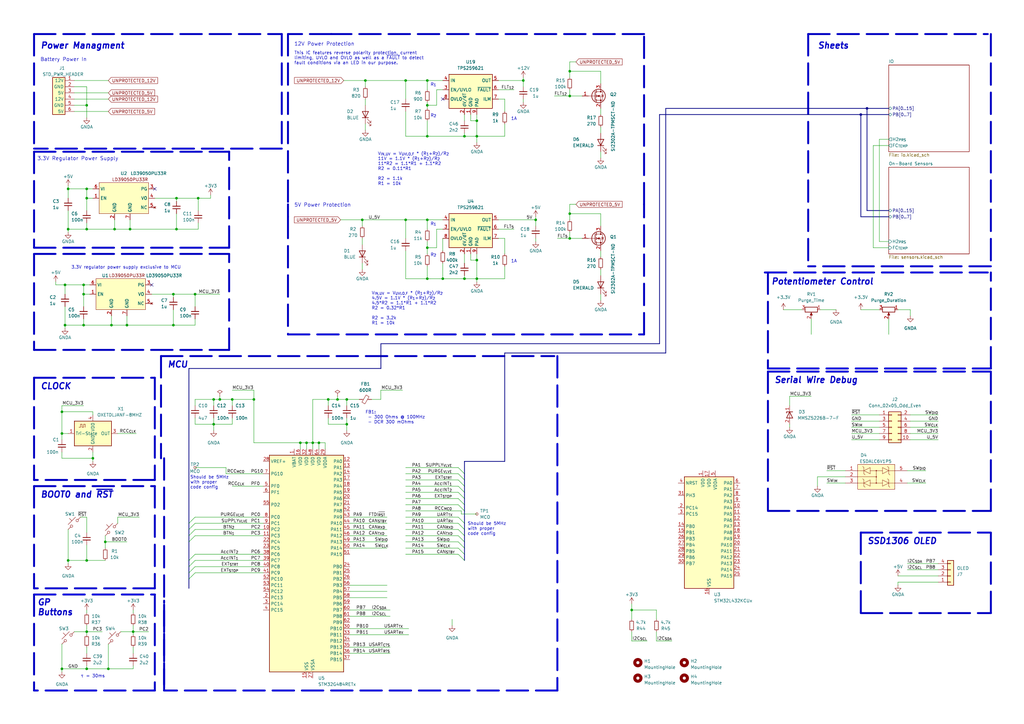
<source format=kicad_sch>
(kicad_sch (version 20231120) (generator "eeschema") (generator_version "8.0")
  (paper "A3")
  (title_block (title "Fuel Cell Controller Board (Lucy)") (date "2023-08-12") (rev "1.0") (company "EcoCar"))
  (junction (at 195.58 49.53))
  (junction (at 219.71 90.17))
  (junction (at 26.67 133.35))
  (junction (at 35.56 43.18))
  (junction (at 175.26 90.17))
  (junction (at 214.63 33.02))
  (junction (at 195.58 106.68))
  (junction (at 195.58 55.88))
  (junction (at 35.56 81.28))
  (junction (at 142.24 163.83))
  (junction (at 190.5 114.3))
  (junction (at 175.26 101.6))
  (junction (at 233.68 97.79))
  (junction (at 166.37 90.17))
  (junction (at 35.56 274.32))
  (junction (at 72.39 81.28))
  (junction (at 175.26 33.02))
  (junction (at 35.56 93.98))
  (junction (at 25.4 274.32))
  (junction (at 195.58 114.3))
  (junction (at 26.67 116.84))
  (junction (at 104.14 163.83))
  (junction (at 52.07 133.35))
  (junction (at 175.26 55.88))
  (junction (at 34.29 120.65))
  (junction (at 233.68 39.37))
  (junction (at 125.73 181.61))
  (junction (at 27.94 229.87))
  (junction (at 95.25 163.83))
  (junction (at 38.1 187.96))
  (junction (at 87.63 173.99))
  (junction (at 353.06 46.99))
  (junction (at 46.99 93.98))
  (junction (at 71.12 120.65))
  (junction (at 54.61 259.08))
  (junction (at 138.43 163.83))
  (junction (at 134.62 163.83))
  (junction (at 130.81 181.61))
  (junction (at 128.27 181.61))
  (junction (at 27.94 93.98))
  (junction (at 149.86 33.02))
  (junction (at 44.45 274.32))
  (junction (at 233.68 29.21))
  (junction (at 259.08 250.19))
  (junction (at 87.63 163.83))
  (junction (at 45.72 133.35))
  (junction (at 81.28 81.28))
  (junction (at 27.94 77.47))
  (junction (at 142.24 173.99))
  (junction (at 166.37 33.02))
  (junction (at 43.18 222.25))
  (junction (at 34.29 133.35))
  (junction (at 233.68 87.63))
  (junction (at 53.34 93.98))
  (junction (at 175.26 43.18))
  (junction (at 90.17 163.83))
  (junction (at 34.29 116.84))
  (junction (at 181.61 114.3))
  (junction (at 71.12 133.35))
  (junction (at 148.59 90.17))
  (junction (at 35.56 77.47))
  (junction (at 25.4 168.91))
  (junction (at 355.6 44.45))
  (junction (at 175.26 114.3))
  (junction (at 72.39 93.98))
  (junction (at 25.4 177.8))
  (junction (at 190.5 55.88))
  (junction (at 80.01 120.65))
  (junction (at 35.56 259.08))
  (junction (at 123.19 181.61))
  (junction (at 35.56 229.87))
  (no_connect (at 63.5 77.47))
  (no_connect (at 62.23 116.84))
  (no_connect (at 181.61 40.64))
  (bus_entry (at 187.96 212.09) (size 2.54 2.54))
  (bus_entry (at 187.96 199.39) (size 2.54 2.54))
  (bus_entry (at 187.96 222.25) (size 2.54 2.54))
  (bus_entry (at 187.96 194.31) (size 2.54 2.54))
  (bus_entry (at 187.96 227.33) (size 2.54 2.54))
  (bus_entry (at 80.01 227.33) (size -2.54 2.54))
  (bus_entry (at 80.01 234.95) (size -2.54 2.54))
  (bus_entry (at 80.01 217.17) (size -2.54 2.54))
  (bus_entry (at 187.96 191.77) (size 2.54 2.54))
  (bus_entry (at 187.96 196.85) (size 2.54 2.54))
  (bus_entry (at 80.01 214.63) (size -2.54 2.54))
  (bus_entry (at 187.96 219.71) (size 2.54 2.54))
  (bus_entry (at 80.01 219.71) (size -2.54 2.54))
  (bus_entry (at 80.01 229.87) (size -2.54 2.54))
  (bus_entry (at 187.96 217.17) (size 2.54 2.54))
  (bus_entry (at 187.96 207.01) (size 2.54 2.54))
  (bus_entry (at 80.01 232.41) (size -2.54 2.54))
  (bus_entry (at 187.96 201.93) (size 2.54 2.54))
  (bus_entry (at 187.96 204.47) (size 2.54 2.54))
  (bus_entry (at 80.01 212.09) (size -2.54 2.54))
  (bus_entry (at 187.96 224.79) (size 2.54 2.54))
  (bus_entry (at 187.96 214.63) (size 2.54 2.54))
  (wire (pts (xy 195.58 106.68) (xy 195.58 114.3)))
  (bus (pts (xy 77.47 237.49) (xy 77.47 241.3)))
  (wire (pts (xy 44.45 274.32) (xy 54.61 274.32)))
  (wire (pts (xy 80.01 191.77) (xy 92.71 191.77)))
  (wire (pts (xy 95.25 171.45) (xy 95.25 173.99)))
  (wire (pts (xy 87.63 163.83) (xy 90.17 163.83)))
  (wire (pts (xy 372.11 231.14) (xy 384.81 231.14)))
  (wire (pts (xy 143.51 224.79) (xy 158.75 224.79)))
  (wire (pts (xy 190.5 114.3) (xy 195.58 114.3)))
  (wire (pts (xy 147.32 163.83) (xy 142.24 163.83)))
  (wire (pts (xy 34.29 130.81) (xy 34.29 133.35)))
  (wire (pts (xy 148.59 90.17) (xy 166.37 90.17)))
  (wire (pts (xy 25.4 274.32) (xy 35.56 274.32)))
  (wire (pts (xy 35.56 229.87) (xy 43.18 229.87)))
  (wire (pts (xy 193.04 104.14) (xy 193.04 106.68)))
  (wire (pts (xy 34.29 116.84) (xy 34.29 120.65)))
  (bus (pts (xy 273.05 44.45) (xy 273.05 144.78)))
  (polyline (pts (xy 118.11 83.82) (xy 118.11 88.9)) (stroke (width 0.8) (type dash)))
  (polyline (pts (xy 66.04 146.05) (xy 66.04 187.96)) (stroke (width 0.8) (type dash)))
  (wire (pts (xy 35.56 259.08) (xy 35.56 260.35)))
  (wire (pts (xy 195.58 114.3) (xy 207.01 114.3)))
  (wire (pts (xy 246.38 44.45) (xy 246.38 46.99)))
  (wire (pts (xy 35.56 274.32) (xy 35.56 273.05)))
  (wire (pts (xy 368.3 236.22) (xy 384.81 236.22)))
  (wire (pts (xy 44.45 264.16) (xy 44.45 274.32)))
  (wire (pts (xy 30.48 33.02) (xy 44.45 33.02)))
  (wire (pts (xy 175.26 114.3) (xy 181.61 114.3)))
  (wire (pts (xy 25.4 166.37) (xy 25.4 168.91)))
  (wire (pts (xy 143.51 257.81) (xy 167.64 257.81)))
  (wire (pts (xy 34.29 133.35) (xy 45.72 133.35)))
  (wire (pts (xy 207.01 40.64) (xy 207.01 45.72)))
  (wire (pts (xy 190.5 113.03) (xy 190.5 114.3)))
  (wire (pts (xy 149.86 33.02) (xy 149.86 35.56)))
  (bus (pts (xy 77.47 229.87) (xy 77.47 232.41)))
  (wire (pts (xy 128.27 181.61) (xy 125.73 181.61)))
  (wire (pts (xy 43.18 219.71) (xy 43.18 222.25)))
  (wire (pts (xy 214.63 31.75) (xy 214.63 33.02)))
  (wire (pts (xy 181.61 114.3) (xy 190.5 114.3)))
  (bus (pts (xy 77.47 219.71) (xy 77.47 222.25)))
  (polyline (pts (xy 314.96 209.55) (xy 406.4 209.55)) (stroke (width 0.8) (type dash)))
  (wire (pts (xy 43.18 222.25) (xy 43.18 224.79)))
  (wire (pts (xy 104.14 163.83) (xy 104.14 181.61)))
  (wire (pts (xy 125.73 181.61) (xy 123.19 181.61)))
  (wire (pts (xy 368.3 238.76) (xy 368.3 240.03)))
  (wire (pts (xy 38.1 168.91) (xy 38.1 170.18)))
  (wire (pts (xy 72.39 81.28) (xy 81.28 81.28)))
  (polyline (pts (xy 13.97 13.97) (xy 13.97 60.96)) (stroke (width 0.8) (type dash)))
  (wire (pts (xy 80.01 234.95) (xy 107.95 234.95)))
  (wire (pts (xy 128.27 163.83) (xy 128.27 181.61)))
  (polyline (pts (xy 13.97 62.23) (xy 13.97 101.6)) (stroke (width 0.8) (type dash)))
  (polyline (pts (xy 13.97 199.39) (xy 13.97 241.3)) (stroke (width 0.8) (type dash)))
  (wire (pts (xy 35.56 77.47) (xy 35.56 81.28)))
  (wire (pts (xy 175.26 43.18) (xy 175.26 44.45)))
  (wire (pts (xy 142.24 173.99) (xy 142.24 176.53)))
  (wire (pts (xy 219.71 88.9) (xy 219.71 90.17)))
  (wire (pts (xy 133.35 181.61) (xy 130.81 181.61)))
  (polyline (pts (xy 63.5 283.21) (xy 13.97 283.21)) (stroke (width 0.8) (type dash)))
  (wire (pts (xy 80.01 217.17) (xy 107.95 217.17)))
  (bus (pts (xy 190.5 204.47) (xy 190.5 207.01)))
  (wire (pts (xy 195.58 55.88) (xy 195.58 58.42)))
  (wire (pts (xy 25.4 187.96) (xy 38.1 187.96)))
  (polyline (pts (xy 13.97 243.84) (xy 63.5 243.84)) (stroke (width 0.8) (type dash)))
  (wire (pts (xy 166.37 212.09) (xy 187.96 212.09)))
  (wire (pts (xy 349.25 175.26) (xy 360.68 175.26)))
  (wire (pts (xy 335.28 195.58) (xy 335.28 199.39)))
  (bus (pts (xy 156.21 140.97) (xy 156.21 151.13)))
  (polyline (pts (xy 135.89 13.97) (xy 118.11 13.97)) (stroke (width 0.8) (type dash)))
  (bus (pts (xy 353.06 46.99) (xy 353.06 88.9)))
  (wire (pts (xy 204.47 93.98) (xy 210.82 93.98)))
  (wire (pts (xy 35.56 250.19) (xy 35.56 251.46)))
  (wire (pts (xy 38.1 187.96) (xy 38.1 189.23)))
  (wire (pts (xy 166.37 45.72) (xy 166.37 55.88)))
  (wire (pts (xy 166.37 55.88) (xy 175.26 55.88)))
  (polyline (pts (xy 115.57 60.96) (xy 13.97 60.96)) (stroke (width 0.8) (type dash)))
  (wire (pts (xy 80.01 171.45) (xy 80.01 173.99)))
  (wire (pts (xy 95.25 163.83) (xy 104.14 163.83)))
  (wire (pts (xy 148.59 90.17) (xy 148.59 92.71)))
  (wire (pts (xy 104.14 160.02) (xy 104.14 163.83)))
  (wire (pts (xy 166.37 207.01) (xy 187.96 207.01)))
  (bus (pts (xy 77.47 234.95) (xy 77.47 237.49)))
  (wire (pts (xy 30.48 43.18) (xy 35.56 43.18)))
  (wire (pts (xy 80.01 163.83) (xy 80.01 166.37)))
  (wire (pts (xy 360.68 99.06) (xy 364.49 99.06)))
  (wire (pts (xy 143.51 267.97) (xy 160.02 267.97)))
  (polyline (pts (xy 115.57 13.97) (xy 115.57 60.96)) (stroke (width 0.8) (type dash)))
  (polyline (pts (xy 264.16 83.82) (xy 264.16 88.9)) (stroke (width 0.8) (type dash)))
  (wire (pts (xy 166.37 33.02) (xy 175.26 33.02)))
  (wire (pts (xy 81.28 81.28) (xy 81.28 86.36)))
  (wire (pts (xy 143.51 222.25) (xy 158.75 222.25)))
  (polyline (pts (xy 93.98 143.51) (xy 93.98 104.14)) (stroke (width 0.8) (type dash)))
  (bus (pts (xy 190.5 209.55) (xy 190.5 214.63)))
  (wire (pts (xy 30.48 45.72) (xy 44.45 45.72)))
  (wire (pts (xy 143.51 214.63) (xy 158.75 214.63)))
  (wire (pts (xy 349.25 180.34) (xy 360.68 180.34)))
  (wire (pts (xy 323.85 162.56) (xy 332.74 162.56)))
  (polyline (pts (xy 313.69 111.76) (xy 405.13 111.76)) (stroke (width 0.8) (type dash)))
  (wire (pts (xy 339.09 193.04) (xy 346.71 193.04)))
  (wire (pts (xy 195.58 49.53) (xy 195.58 46.99)))
  (wire (pts (xy 81.28 93.98) (xy 81.28 91.44)))
  (wire (pts (xy 207.01 109.22) (xy 207.01 114.3)))
  (wire (pts (xy 80.01 219.71) (xy 107.95 219.71)))
  (wire (pts (xy 35.56 223.52) (xy 35.56 229.87)))
  (wire (pts (xy 35.56 77.47) (xy 38.1 77.47)))
  (wire (pts (xy 364.49 57.15) (xy 360.68 57.15)))
  (wire (pts (xy 346.71 195.58) (xy 335.28 195.58)))
  (polyline (pts (xy 93.98 101.6) (xy 93.98 62.23)) (stroke (width 0.8) (type dash)))
  (wire (pts (xy 175.26 90.17) (xy 175.26 93.98)))
  (wire (pts (xy 90.17 162.56) (xy 90.17 163.83)))
  (wire (pts (xy 143.51 217.17) (xy 158.75 217.17)))
  (wire (pts (xy 72.39 93.98) (xy 81.28 93.98)))
  (bus (pts (xy 190.5 207.01) (xy 190.5 209.55)))
  (wire (pts (xy 35.56 35.56) (xy 35.56 43.18)))
  (wire (pts (xy 204.47 40.64) (xy 207.01 40.64)))
  (wire (pts (xy 373.38 177.8) (xy 384.81 177.8)))
  (polyline (pts (xy 353.06 218.44) (xy 353.06 251.46)) (stroke (width 0.8) (type dash)))
  (wire (pts (xy 143.51 242.57) (xy 158.75 242.57)))
  (wire (pts (xy 193.04 106.68) (xy 195.58 106.68)))
  (wire (pts (xy 80.01 133.35) (xy 80.01 130.81)))
  (wire (pts (xy 269.24 262.89) (xy 275.59 262.89)))
  (bus (pts (xy 273.05 144.78) (xy 207.01 144.78)))
  (polyline (pts (xy 264.16 137.16) (xy 264.16 88.9)) (stroke (width 0.8) (type dash)))
  (wire (pts (xy 233.68 95.25) (xy 233.68 97.79)))
  (wire (pts (xy 269.24 259.08) (xy 269.24 262.89)))
  (wire (pts (xy 246.38 110.49) (xy 246.38 113.03)))
  (wire (pts (xy 358.14 101.6) (xy 364.49 101.6)))
  (polyline (pts (xy 63.5 243.84) (xy 63.5 283.21)) (stroke (width 0.8) (type dash)))
  (wire (pts (xy 219.71 92.71) (xy 219.71 90.17)))
  (wire (pts (xy 166.37 90.17) (xy 175.26 90.17)))
  (wire (pts (xy 233.68 90.17) (xy 233.68 87.63)))
  (wire (pts (xy 246.38 120.65) (xy 246.38 123.19)))
  (wire (pts (xy 26.67 133.35) (xy 26.67 134.62)))
  (wire (pts (xy 373.38 175.26) (xy 384.81 175.26)))
  (wire (pts (xy 236.22 25.4) (xy 233.68 25.4)))
  (bus (pts (xy 190.5 199.39) (xy 190.5 201.93)))
  (polyline (pts (xy 406.4 109.22) (xy 331.47 109.22)) (stroke (width 0.8) (type dash)))
  (wire (pts (xy 166.37 224.79) (xy 187.96 224.79)))
  (bus (pts (xy 190.5 194.31) (xy 190.5 196.85)))
  (bus (pts (xy 190.5 224.79) (xy 190.5 227.33)))
  (wire (pts (xy 373.38 180.34) (xy 384.81 180.34)))
  (bus (pts (xy 190.5 196.85) (xy 190.5 199.39)))
  (wire (pts (xy 166.37 199.39) (xy 187.96 199.39)))
  (wire (pts (xy 34.29 120.65) (xy 34.29 125.73)))
  (wire (pts (xy 26.67 116.84) (xy 26.67 120.65)))
  (wire (pts (xy 27.94 231.14) (xy 27.94 229.87)))
  (wire (pts (xy 181.61 107.95) (xy 181.61 114.3)))
  (wire (pts (xy 35.56 265.43) (xy 35.56 267.97)))
  (wire (pts (xy 143.51 252.73) (xy 160.02 252.73)))
  (wire (pts (xy 80.01 120.65) (xy 90.17 120.65)))
  (wire (pts (xy 87.63 171.45) (xy 87.63 173.99)))
  (bus (pts (xy 190.5 214.63) (xy 190.5 217.17)))
  (wire (pts (xy 175.26 33.02) (xy 181.61 33.02)))
  (wire (pts (xy 233.68 29.21) (xy 246.38 29.21)))
  (wire (pts (xy 246.38 87.63) (xy 246.38 92.71)))
  (wire (pts (xy 175.26 90.17) (xy 181.61 90.17)))
  (bus (pts (xy 77.47 151.13) (xy 77.47 214.63)))
  (wire (pts (xy 246.38 102.87) (xy 246.38 105.41)))
  (wire (pts (xy 87.63 173.99) (xy 87.63 176.53)))
  (polyline (pts (xy 406.4 151.13) (xy 406.4 111.76)) (stroke (width 0.8) (type dash)))
  (wire (pts (xy 368.3 127) (xy 373.38 127)))
  (wire (pts (xy 71.12 120.65) (xy 80.01 120.65)))
  (wire (pts (xy 38.1 168.91) (xy 25.4 168.91)))
  (polyline (pts (xy 406.4 209.55) (xy 406.4 152.4)) (stroke (width 0.8) (type dash)))
  (wire (pts (xy 139.7 90.17) (xy 148.59 90.17)))
  (wire (pts (xy 95.25 199.39) (xy 107.95 199.39)))
  (wire (pts (xy 35.56 81.28) (xy 35.56 86.36)))
  (wire (pts (xy 233.68 36.83) (xy 233.68 39.37)))
  (bus (pts (xy 353.06 88.9) (xy 364.49 88.9)))
  (polyline (pts (xy 353.06 218.44) (xy 406.4 218.44)) (stroke (width 0.8) (type dash)))
  (polyline (pts (xy 13.97 101.6) (xy 93.98 101.6)) (stroke (width 0.8) (type dash)))
  (wire (pts (xy 166.37 201.93) (xy 187.96 201.93)))
  (wire (pts (xy 373.38 127) (xy 373.38 129.54)))
  (polyline (pts (xy 118.11 137.16) (xy 264.16 137.16)) (stroke (width 0.8) (type dash)))
  (wire (pts (xy 207.01 50.8) (xy 207.01 55.88)))
  (wire (pts (xy 349.25 170.18) (xy 360.68 170.18)))
  (wire (pts (xy 214.63 35.56) (xy 214.63 33.02)))
  (wire (pts (xy 204.47 36.83) (xy 210.82 36.83)))
  (wire (pts (xy 246.38 29.21) (xy 246.38 34.29)))
  (wire (pts (xy 195.58 106.68) (xy 195.58 104.14)))
  (wire (pts (xy 190.5 104.14) (xy 190.5 107.95)))
  (wire (pts (xy 372.11 198.12) (xy 379.73 198.12)))
  (bus (pts (xy 190.5 201.93) (xy 190.5 204.47)))
  (wire (pts (xy 204.47 90.17) (xy 219.71 90.17)))
  (wire (pts (xy 27.94 77.47) (xy 35.56 77.47)))
  (wire (pts (xy 95.25 163.83) (xy 95.25 166.37)))
  (wire (pts (xy 34.29 120.65) (xy 36.83 120.65)))
  (wire (pts (xy 143.51 260.35) (xy 167.64 260.35)))
  (wire (pts (xy 143.51 250.19) (xy 160.02 250.19)))
  (wire (pts (xy 54.61 259.08) (xy 60.96 259.08)))
  (wire (pts (xy 179.07 101.6) (xy 175.26 101.6)))
  (polyline (pts (xy 406.4 13.97) (xy 406.4 109.22)) (stroke (width 0.8) (type dash)))
  (wire (pts (xy 233.68 97.79) (xy 238.76 97.79)))
  (wire (pts (xy 166.37 209.55) (xy 189.23 209.55)))
  (polyline (pts (xy 264.16 83.82) (xy 264.16 13.97)) (stroke (width 0.8) (type dash)))
  (wire (pts (xy 373.38 170.18) (xy 384.81 170.18)))
  (wire (pts (xy 35.56 256.54) (xy 35.56 259.08)))
  (wire (pts (xy 166.37 214.63) (xy 187.96 214.63)))
  (wire (pts (xy 43.18 222.25) (xy 52.07 222.25)))
  (bus (pts (xy 207.01 144.78) (xy 207.01 189.23)))
  (wire (pts (xy 193.04 46.99) (xy 193.04 49.53)))
  (polyline (pts (xy 63.5 241.3) (xy 13.97 241.3)) (stroke (width 0.8) (type dash)))
  (wire (pts (xy 48.26 177.8) (xy 55.88 177.8)))
  (wire (pts (xy 30.48 259.08) (xy 35.56 259.08)))
  (wire (pts (xy 259.08 247.65) (xy 259.08 250.19)))
  (wire (pts (xy 372.11 233.68) (xy 384.81 233.68)))
  (wire (pts (xy 123.19 184.15) (xy 123.19 181.61)))
  (wire (pts (xy 353.06 127) (xy 360.68 127)))
  (wire (pts (xy 45.72 133.35) (xy 45.72 129.54)))
  (wire (pts (xy 143.51 212.09) (xy 158.75 212.09)))
  (wire (pts (xy 80.01 227.33) (xy 107.95 227.33)))
  (wire (pts (xy 364.49 130.81) (xy 364.49 137.16)))
  (wire (pts (xy 179.07 43.18) (xy 175.26 43.18)))
  (wire (pts (xy 233.68 87.63) (xy 246.38 87.63)))
  (wire (pts (xy 190.5 46.99) (xy 190.5 49.53)))
  (wire (pts (xy 30.48 40.64) (xy 44.45 40.64)))
  (wire (pts (xy 54.61 265.43) (xy 54.61 267.97)))
  (wire (pts (xy 156.21 160.02) (xy 156.21 163.83)))
  (wire (pts (xy 27.94 217.17) (xy 27.94 229.87)))
  (wire (pts (xy 181.61 97.79) (xy 181.61 102.87)))
  (polyline (pts (xy 13.97 104.14) (xy 13.97 143.51)) (stroke (width 0.8) (type dash)))
  (wire (pts (xy 25.4 166.37) (xy 34.29 166.37)))
  (wire (pts (xy 95.25 160.02) (xy 104.14 160.02)))
  (bus (pts (xy 353.06 46.99) (xy 364.49 46.99)))
  (wire (pts (xy 185.42 254) (xy 185.42 256.54)))
  (wire (pts (xy 27.94 86.36) (xy 27.94 93.98)))
  (wire (pts (xy 25.4 177.8) (xy 25.4 180.34)))
  (wire (pts (xy 156.21 160.02) (xy 165.1 160.02)))
  (polyline (pts (xy 353.06 251.46) (xy 406.4 251.46)) (stroke (width 0.8) (type dash)))
  (wire (pts (xy 166.37 217.17) (xy 187.96 217.17)))
  (wire (pts (xy 166.37 194.31) (xy 187.96 194.31)))
  (wire (pts (xy 138.43 162.56) (xy 138.43 163.83)))
  (polyline (pts (xy 63.5 154.94) (xy 63.5 196.85)) (stroke (width 0.8) (type dash)))
  (polyline (pts (xy 118.11 13.97) (xy 118.11 83.82)) (stroke (width 0.8) (type dash)))
  (polyline (pts (xy 331.47 13.97) (xy 405.13 13.97)) (stroke (width 0.8) (type dash)))
  (wire (pts (xy 368.3 238.76) (xy 384.81 238.76)))
  (wire (pts (xy 30.48 35.56) (xy 35.56 35.56)))
  (wire (pts (xy 104.14 181.61) (xy 123.19 181.61)))
  (bus (pts (xy 270.51 140.97) (xy 156.21 140.97)))
  (polyline (pts (xy 13.97 104.14) (xy 93.98 104.14)) (stroke (width 0.8) (type dash)))
  (wire (pts (xy 27.94 93.98) (xy 35.56 93.98)))
  (wire (pts (xy 143.51 219.71) (xy 158.75 219.71)))
  (wire (pts (xy 228.6 97.79) (xy 233.68 97.79)))
  (wire (pts (xy 358.14 59.69) (xy 358.14 101.6)))
  (wire (pts (xy 92.71 194.31) (xy 92.71 191.77)))
  (bus (pts (xy 190.5 222.25) (xy 190.5 224.79)))
  (wire (pts (xy 33.02 212.09) (xy 35.56 212.09)))
  (wire (pts (xy 80.01 173.99) (xy 87.63 173.99)))
  (wire (pts (xy 360.68 57.15) (xy 360.68 99.06)))
  (wire (pts (xy 149.86 50.8) (xy 149.86 53.34)))
  (polyline (pts (xy 67.31 283.21) (xy 67.31 246.38)) (stroke (width 0.8) (type dash)))
  (wire (pts (xy 149.86 33.02) (xy 166.37 33.02)))
  (wire (pts (xy 233.68 83.82) (xy 236.22 83.82)))
  (wire (pts (xy 35.56 274.32) (xy 44.45 274.32)))
  (wire (pts (xy 179.07 36.83) (xy 179.07 43.18)))
  (wire (pts (xy 35.56 81.28) (xy 38.1 81.28)))
  (wire (pts (xy 195.58 55.88) (xy 207.01 55.88)))
  (wire (pts (xy 52.07 133.35) (xy 71.12 133.35)))
  (wire (pts (xy 181.61 93.98) (xy 179.07 93.98)))
  (polyline (pts (xy 314.96 151.13) (xy 406.4 151.13)) (stroke (width 0.8) (type dash)))
  (wire (pts (xy 63.5 81.28) (xy 72.39 81.28)))
  (wire (pts (xy 214.63 41.91) (xy 214.63 40.64)))
  (wire (pts (xy 332.74 130.81) (xy 332.74 137.16)))
  (wire (pts (xy 339.09 198.12) (xy 346.71 198.12)))
  (wire (pts (xy 259.08 262.89) (xy 265.43 262.89)))
  (wire (pts (xy 195.58 114.3) (xy 195.58 115.57)))
  (wire (pts (xy 87.63 173.99) (xy 95.25 173.99)))
  (wire (pts (xy 323.85 173.99) (xy 323.85 175.26)))
  (wire (pts (xy 35.56 259.08) (xy 41.91 259.08)))
  (bus (pts (xy 355.6 44.45) (xy 364.49 44.45)))
  (wire (pts (xy 138.43 163.83) (xy 142.24 163.83)))
  (wire (pts (xy 45.72 133.35) (xy 52.07 133.35)))
  (wire (pts (xy 92.71 194.31) (xy 107.95 194.31)))
  (bus (pts (xy 190.5 219.71) (xy 190.5 222.25)))
  (wire (pts (xy 71.12 127) (xy 71.12 133.35)))
  (polyline (pts (xy 228.6 283.21) (xy 67.31 283.21)) (stroke (width 0.8) (type dash)))
  (wire (pts (xy 80.01 163.83) (xy 87.63 163.83)))
  (wire (pts (xy 349.25 177.8) (xy 360.68 177.8)))
  (wire (pts (xy 148.59 97.79) (xy 148.59 100.33)))
  (wire (pts (xy 22.86 115.57) (xy 22.86 116.84)))
  (polyline (pts (xy 13.97 62.23) (xy 93.98 62.23)) (stroke (width 0.8) (type dash)))
  (wire (pts (xy 195.58 49.53) (xy 195.58 55.88)))
  (wire (pts (xy 26.67 133.35) (xy 34.29 133.35)))
  (bus (pts (xy 77.47 217.17) (xy 77.47 219.71)))
  (bus (pts (xy 190.5 217.17) (xy 190.5 219.71)))
  (wire (pts (xy 125.73 184.15) (xy 125.73 181.61)))
  (wire (pts (xy 35.56 91.44) (xy 35.56 93.98)))
  (wire (pts (xy 349.25 172.72) (xy 360.68 172.72)))
  (wire (pts (xy 336.55 127) (xy 342.9 127)))
  (bus (pts (xy 77.47 222.25) (xy 77.47 229.87)))
  (wire (pts (xy 90.17 163.83) (xy 95.25 163.83)))
  (wire (pts (xy 166.37 191.77) (xy 187.96 191.77)))
  (wire (pts (xy 364.49 59.69) (xy 358.14 59.69)))
  (polyline (pts (xy 406.4 251.46) (xy 406.4 218.44)) (stroke (width 0.8) (type dash)))
  (wire (pts (xy 48.26 212.09) (xy 48.26 214.63)))
  (bus (pts (xy 77.47 214.63) (xy 77.47 217.17)))
  (wire (pts (xy 175.26 41.91) (xy 175.26 43.18)))
  (wire (pts (xy 34.29 116.84) (xy 36.83 116.84)))
  (bus (pts (xy 355.6 86.36) (xy 364.49 86.36)))
  (wire (pts (xy 80.01 229.87) (xy 107.95 229.87)))
  (wire (pts (xy 46.99 93.98) (xy 53.34 93.98)))
  (wire (pts (xy 259.08 250.19) (xy 259.08 254)))
  (wire (pts (xy 142.24 163.83) (xy 142.24 166.37)))
  (wire (pts (xy 140.97 33.02) (xy 149.86 33.02)))
  (wire (pts (xy 166.37 204.47) (xy 187.96 204.47)))
  (polyline (pts (xy 13.97 154.94) (xy 63.5 154.94)) (stroke (width 0.8) (type dash)))
  (wire (pts (xy 142.24 173.99) (xy 134.62 173.99)))
  (wire (pts (xy 52.07 129.54) (xy 52.07 133.35)))
  (wire (pts (xy 219.71 99.06) (xy 219.71 97.79)))
  (polyline (pts (xy 314.96 152.4) (xy 406.4 152.4)) (stroke (width 0.8) (type dash)))
  (wire (pts (xy 204.47 97.79) (xy 207.01 97.79)))
  (wire (pts (xy 53.34 90.17) (xy 53.34 93.98)))
  (wire (pts (xy 269.24 250.19) (xy 269.24 254)))
  (wire (pts (xy 25.4 168.91) (xy 25.4 177.8)))
  (wire (pts (xy 190.5 54.61) (xy 190.5 55.88)))
  (wire (pts (xy 27.94 76.2) (xy 27.94 77.47)))
  (wire (pts (xy 26.67 116.84) (xy 34.29 116.84)))
  (polyline (pts (xy 66.04 146.05) (xy 227.33 146.05)) (stroke (width 0.8) (type dash)))
  (polyline (pts (xy 314.96 111.76) (xy 314.96 151.13)) (stroke (width 0.8) (type dash)))
  (wire (pts (xy 22.86 116.84) (xy 26.67 116.84)))
  (wire (pts (xy 134.62 166.37) (xy 134.62 163.83)))
  (wire (pts (xy 54.61 256.54) (xy 54.61 259.08)))
  (wire (pts (xy 80.01 212.09) (xy 107.95 212.09)))
  (bus (pts (xy 355.6 44.45) (xy 355.6 86.36)))
  (polyline (pts (xy 63.5 199.39) (xy 63.5 241.3)) (stroke (width 0.8) (type dash)))
  (polyline (pts (xy 13.97 143.51) (xy 93.98 143.51)) (stroke (width 0.8) (type dash)))
  (wire (pts (xy 62.23 120.65) (xy 71.12 120.65)))
  (wire (pts (xy 86.36 80.01) (xy 86.36 81.28)))
  (wire (pts (xy 48.26 212.09) (xy 57.15 212.09)))
  (wire (pts (xy 80.01 214.63) (xy 107.95 214.63)))
  (wire (pts (xy 204.47 33.02) (xy 214.63 33.02)))
  (wire (pts (xy 233.68 39.37) (xy 238.76 39.37)))
  (polyline (pts (xy 13.97 243.84) (xy 13.97 283.21)) (stroke (width 0.8) (type dash)))
  (wire (pts (xy 142.24 171.45) (xy 142.24 173.99)))
  (wire (pts (xy 148.59 107.95) (xy 148.59 110.49)))
  (wire (pts (xy 27.94 93.98) (xy 27.94 95.25)))
  (wire (pts (xy 54.61 259.08) (xy 54.61 260.35)))
  (wire (pts (xy 166.37 227.33) (xy 187.96 227.33)))
  (bus (pts (xy 273.05 44.45) (xy 355.6 44.45)))
  (wire (pts (xy 54.61 250.19) (xy 54.61 251.46)))
  (wire (pts (xy 179.07 93.98) (xy 179.07 101.6)))
  (wire (pts (xy 53.34 93.98) (xy 72.39 93.98)))
  (bus (pts (xy 190.5 189.23) (xy 207.01 189.23)))
  (wire (pts (xy 166.37 219.71) (xy 187.96 219.71)))
  (wire (pts (xy 143.51 240.03) (xy 158.75 240.03)))
  (wire (pts (xy 27.94 229.87) (xy 35.56 229.87)))
  (wire (pts (xy 233.68 31.75) (xy 233.68 29.21)))
  (wire (pts (xy 149.86 40.64) (xy 149.86 43.18)))
  (wire (pts (xy 166.37 102.87) (xy 166.37 114.3)))
  (wire (pts (xy 35.56 93.98) (xy 46.99 93.98)))
  (wire (pts (xy 35.56 43.18) (xy 35.56 48.26)))
  (wire (pts (xy 143.51 245.11) (xy 158.75 245.11)))
  (polyline (pts (xy 228.6 146.05) (xy 228.6 283.21)) (stroke (width 0.8) (type dash)))
  (wire (pts (xy 26.67 125.73) (xy 26.67 133.35)))
  (wire (pts (xy 175.26 55.88) (xy 190.5 55.88)))
  (polyline (pts (xy 314.96 152.4) (xy 314.96 209.55)) (stroke (width 0.8) (type dash)))
  (wire (pts (xy 259.08 259.08) (xy 259.08 262.89)))
  (polyline (pts (xy 264.16 13.97) (xy 135.89 13.97)) (stroke (width 0.8) (type dash)))
  (wire (pts (xy 72.39 81.28) (xy 72.39 82.55)))
  (wire (pts (xy 233.68 87.63) (xy 233.68 83.82)))
  (wire (pts (xy 166.37 33.02) (xy 166.37 40.64)))
  (wire (pts (xy 134.62 171.45) (xy 134.62 173.99)))
  (wire (pts (xy 133.35 184.15) (xy 133.35 181.61)))
  (wire (pts (xy 46.99 93.98) (xy 46.99 90.17)))
  (wire (pts (xy 49.53 259.08) (xy 54.61 259.08)))
  (polyline (pts (xy 331.47 13.97) (xy 331.47 109.22)) (stroke (width 0.8) (type dash)))
  (wire (pts (xy 25.4 185.42) (xy 25.4 187.96)))
  (wire (pts (xy 175.26 49.53) (xy 175.26 55.88)))
  (polyline (pts (xy 13.97 13.97) (xy 115.57 13.97)) (stroke (width 0.8) (type dash)))
  (wire (pts (xy 190.5 55.88) (xy 195.58 55.88)))
  (wire (pts (xy 193.04 49.53) (xy 195.58 49.53)))
  (wire (pts (xy 175.26 33.02) (xy 175.26 36.83)))
  (wire (pts (xy 134.62 163.83) (xy 138.43 163.83)))
  (wire (pts (xy 373.38 172.72) (xy 384.81 172.72)))
  (wire (pts (xy 166.37 222.25) (xy 187.96 222.25)))
  (wire (pts (xy 130.81 181.61) (xy 128.27 181.61)))
  (wire (pts (xy 25.4 177.8) (xy 27.94 177.8)))
  (wire (pts (xy 175.26 109.22) (xy 175.26 114.3)))
  (wire (pts (xy 38.1 185.42) (xy 38.1 187.96)))
  (wire (pts (xy 175.26 101.6) (xy 175.26 104.14)))
  (wire (pts (xy 166.37 90.17) (xy 166.37 97.79)))
  (wire (pts (xy 128.27 163.83) (xy 134.62 163.83)))
  (wire (pts (xy 80.01 120.65) (xy 80.01 125.73)))
  (bus (pts (xy 77.47 232.41) (xy 77.47 234.95)))
  (wire (pts (xy 87.63 163.83) (xy 87.63 166.37)))
  (wire (pts (xy 130.81 184.15) (xy 130.81 181.61)))
  (wire (pts (xy 189.23 210.82) (xy 195.58 210.82)))
  (wire (pts (xy 27.94 77.47) (xy 27.94 81.28)))
  (wire (pts (xy 259.08 250.19) (xy 269.24 250.19)))
  (wire (pts (xy 181.61 36.83) (xy 179.07 36.83)))
  (wire (pts (xy 152.4 163.83) (xy 156.21 163.83)))
  (polyline (pts (xy 63.5 196.85) (xy 13.97 196.85)) (stroke (width 0.8) (type dash)))
  (wire (pts (xy 372.11 193.04) (xy 379.73 193.04)))
  (bus (pts (xy 270.51 46.99) (xy 270.51 140.97)))
  (wire (pts (xy 233.68 25.4) (xy 233.68 29.21)))
  (polyline (pts (xy 118.11 88.9) (xy 118.11 137.16)) (stroke (width 0.8) (type dash)))
  (bus (pts (xy 156.21 151.13) (xy 77.47 151.13)))
  (polyline (pts (xy 13.97 154.94) (xy 13.97 196.85)) (stroke (width 0.8) (type dash)))
  (wire (pts (xy 35.56 218.44) (xy 35.56 212.09)))
  (wire (pts (xy 321.31 127) (xy 328.93 127)))
  (bus (pts (xy 270.51 46.99) (xy 353.06 46.99)))
  (wire (pts (xy 80.01 232.41) (xy 107.95 232.41)))
  (wire (pts (xy 246.38 62.23) (xy 246.38 64.77)))
  (wire (pts (xy 25.4 264.16) (xy 25.4 274.32)))
  (wire (pts (xy 25.4 274.32) (xy 25.4 275.59)))
  (wire (pts (xy 189.23 209.55) (xy 189.23 210.82)))
  (polyline (pts (xy 67.31 187.96) (xy 67.31 283.21)) (stroke (width 0.8) (type dash)))
  (wire (pts (xy 54.61 274.32) (xy 54.61 273.05)))
  (wire (pts (xy 323.85 162.56) (xy 323.85 166.37)))
  (wire (pts (xy 207.01 97.79) (xy 207.01 104.14)))
  (wire (pts (xy 71.12 120.65) (xy 71.12 121.92)))
  (wire (pts (xy 72.39 87.63) (xy 72.39 93.98)))
  (bus (pts (xy 190.5 189.23) (xy 190.5 194.31)))
  (wire (pts (xy 81.28 81.28) (xy 86.36 81.28)))
  (bus (pts (xy 190.5 227.33) (xy 190.5 229.87)))
  (wire (pts (xy 71.12 133.35) (xy 80.01 133.35)))
  (polyline (pts (xy 13.97 199.39) (xy 63.5 199.39)) (stroke (width 0.8) (type dash)))
  (wire (pts (xy 166.37 114.3) (xy 175.26 114.3)))
  (wire (pts (xy 227.33 39.37) (xy 233.68 39.37)))
  (wire (pts (xy 143.51 265.43) (xy 160.02 265.43)))
  (wire (pts (xy 246.38 52.07) (xy 246.38 54.61)))
  (wire (pts (xy 166.37 196.85) (xy 187.96 196.85)))
  (wire (pts (xy 175.26 99.06) (xy 175.26 101.6)))
  (wire (pts (xy 30.48 38.1) (xy 44.45 38.1)))
  (wire (pts (xy 128.27 184.15) (xy 128.27 181.61)))
  (text "Should be 5MHz\nwith proper\ncode config" (at 77.978 200.66 0) (effects (font (size 1.27 1.27)) (justify left bottom)))
  (text "MCU" (at 68.58 151.13 0) (effects (font (size 2.5 2.5) (thickness 0.5) (bold yes) (italic yes)) (justify left bottom)))
  (text "R_{1}" (at 176.53 92.71 0) (effects (font (size 1.27 1.27)) (justify left bottom)))
  (text "FB1:\n - 300 Ohms @ 100MHz\n - DCR 300 mOhms" (at 149.86 173.99 0) (effects (font (size 1.27 1.27)) (justify left bottom)))
  (text "1A" (at 209.55 107.95 0) (effects (font (size 1.27 1.27)) (justify left bottom)))
  (text "Sheets" (at 335.28 20.32 0) (effects (font (size 2.5 2.5) (thickness 0.5) (bold yes) (italic yes)) (justify left bottom)))
  (text "12V Power Protection" (at 120.65 19.05 0) (effects (font (size 1.5 1.5)) (justify left bottom)))
  (text "Potentiometer Control" (at 316.23 117.094 0) (effects (font (size 2.5 2.5) (thickness 0.5) (bold yes) (italic yes)) (justify left bottom)))
  (text "CLOCK" (at 16.51 160.02 0) (effects (font (size 2.5 2.5) (thickness 0.5) (bold yes) (italic yes)) (justify left bottom)))
  (text "GP \nButtons" (at 15.24 252.73 0) (effects (font (size 2.5 2.5) (thickness 0.5) (bold yes) (italic yes)) (justify left bottom)))
  (text "V_{IN,UV} = V_{UVLO,F} * (R_{1}+R_{2})/R_{2}\n11V = 1.1V * (R_{1}+R_{2})/R_{2}\n11*R2 = 1.1*R1 + 1.1*R2\nR2 = 0.11*R1\n\nR2 = 1.1k\nR1 = 10k" (at 154.94 76.2 0) (effects (font (size 1.27 1.27)) (justify left bottom)))
  (text "R_{1}" (at 176.53 35.56 0) (effects (font (size 1.27 1.27)) (justify left bottom)))
  (text "Power Managment" (at 16.51 20.32 0) (effects (font (size 2.5 2.5) (thickness 0.5) (bold yes) (italic yes)) (justify left bottom)))
  (text "Should be 5MHz\nwith proper\ncode config" (at 191.77 219.71 0) (effects (font (size 1.27 1.27)) (justify left bottom)))
  (text "1A" (at 209.55 49.53 0) (effects (font (size 1.27 1.27)) (justify left bottom)))
  (text "SSD1306 OLED" (at 355.6 223.52 0) (effects (font (size 2.5 2.5) (thickness 0.5) (bold yes) (italic yes)) (justify left bottom)))
  (text "This IC features reverse polarity protection, current\nlimiting, UVLO and OVLO as well as a ~{FAULT} to detect\nfault conditions via an LED in our purpose." (at 120.65 26.67 0) (effects (font (size 1.27 1.27)) (justify left bottom)))
  (text "5V Power Protection" (at 120.65 85.09 0) (effects (font (size 1.5 1.5)) (justify left bottom)))
  (text "3.3V Regulator Power Supply" (at 15.24 66.04 0) (effects (font (size 1.5 1.5)) (justify left bottom)))
  (text "R_{2}" (at 176.53 48.26 0) (effects (font (size 1.27 1.27)) (justify left bottom)))
  (text "3.3V regulator power supply exclusive to MCU" (at 29.21 110.49 0) (effects (font (size 1.27 1.27)) (justify left bottom)))
  (text "Serial Wire Debug" (at 317.5 157.48 0) (effects (font (size 2.5 2.5) (thickness 0.5) (bold yes) (italic yes)) (justify left bottom)))
  (text "BOOT0 and ~{RST}" (at 16.51 204.47 0) (effects (font (size 2.5 2.5) (thickness 0.5) (bold yes) (italic yes)) (justify left bottom)))
  (text "Battery Power In" (at 16.51 25.4 0) (effects (font (size 1.5 1.5)) (justify left bottom)))
  (text "τ = 30ms" (at 33.02 278.13 0) (effects (font (size 1.27 1.27)) (justify left bottom)))
  (text "R_{2}" (at 176.53 105.41 0) (effects (font (size 1.27 1.27)) (justify left bottom)))
  (text "V_{IN,UV} = V_{UVLO,F} * (R_{1}+R_{2})/R_{2}\n4.5V = 1.1V * (R_{1}+R_{2})/R_{2}\n4.5*R2 = 1.1*R1 + 1.1*R2\nR2 = 0.32*R1\n\nR2 = 3.2k\nR1 = 10k" (at 152.4 133.35 0) (effects (font (size 1.27 1.27)) (justify left bottom)))
  (label "PA10" (at 144.78 214.63 0))
  (label "PC6" (at 102.87 227.33 0))
  (label "CAN_{TXD}" (at 151.13 219.71 0))
  (label "MCU_3V3" (at 57.15 212.09 180))
  (label "CAN_{RXD}" (at 151.13 217.17 0))
  (label "EXT_{STOP}" (at 97.79 234.95 180))
  (label "PG10" (at 102.87 194.31 0))
  (label "PURGE_{VLVE}" (at 100.33 212.09 180))
  (label "UART_{RX}" (at 179.07 214.63 0))
  (label "PC0" (at 102.87 212.09 0))
  (label "AccINT_{2}" (at 185.42 201.93 180))
  (label "USART_{RTS}" (at 151.13 267.97 0))
  (label "PA15" (at 168.91 227.33 0))
  (label "CAN_{RXD}" (at 179.07 217.17 0))
  (label "EXT_{STRT}" (at 97.79 232.41 180))
  (label "5V" (at 215.9 90.17 0))
  (label "RCC_{MCO}" (at 100.33 194.31 180))
  (label "PA6" (at 168.91 204.47 0))
  (label "SW_{DIO}" (at 153.67 222.25 0))
  (label "MCU_3V3" (at 95.25 160.02 0))
  (label "AccINT_{1}" (at 185.42 199.39 180))
  (label "MCU_3V3" (at 90.17 120.65 180))
  (label "PA11" (at 168.91 217.17 0))
  (label "SW_{CLK}" (at 384.81 175.26 180))
  (label "MCU_3V3" (at 332.74 162.56 180))
  (label "I2C_{SDA}" (at 372.11 231.14 0))
  (label "MCU_3V3" (at 384.81 177.8 180))
  (label "PB7" (at 379.73 231.14 0))
  (label "PC9" (at 102.87 234.95 0))
  (label "AccINT_{1}" (at 97.79 229.87 180))
  (label "PB11" (at 146.05 260.35 0))
  (label "PB10" (at 146.05 257.81 0))
  (label "PA10" (at 168.91 214.63 0))
  (label "SW_{IM}" (at 349.25 175.26 0))
  (label "BTN_{1}" (at 91.44 219.71 0))
  (label "USART_{CTS}" (at 151.13 265.43 0))
  (label "U_5V" (at 151.13 90.17 0))
  (label "SW_{IM}" (at 339.09 198.12 0))
  (label "MCU_3V3" (at 165.1 160.02 180))
  (label "SW_{CLK}" (at 153.67 224.79 0))
  (label "I2C_{SCL}" (at 265.43 262.89 180))
  (label "PB7" (at 146.05 250.19 0))
  (label "PA7" (at 168.91 207.01 0))
  (label "MCU_3V3" (at 349.25 177.8 0))
  (label "UART_{TX}" (at 179.07 212.09 0))
  (label "I2C_{SCL}" (at 372.11 233.68 0))
  (label "PB8" (at 146.05 252.73 0))
  (label "CAN_{STBY}" (at 151.13 214.63 0))
  (label "PA11" (at 144.78 217.17 0))
  (label "~{RST}" (at 339.09 193.04 0))
  (label "SW_{DIO}" (at 379.73 193.04 180))
  (label "GND" (at 27.94 274.32 0))
  (label "GND" (at 384.81 172.72 180))
  (label "BTN_{2}" (at 91.44 217.17 0))
  (label "CAN_{STBY}" (at 179.07 227.33 0))
  (label "USART_{RX}" (at 157.48 260.35 0))
  (label "PA1" (at 168.91 191.77 0))
  (label "~{RST}" (at 349.25 170.18 0))
  (label "PA12" (at 144.78 219.71 0))
  (label "PA14" (at 144.78 224.79 0))
  (label "SW_{CLK}" (at 379.73 198.12 180))
  (label "EXT_{STRT}" (at 185.42 196.85 180))
  (label "PC3" (at 41.91 259.08 180))
  (label "PA13" (at 168.91 222.25 0))
  (label "BOOT0" (at 52.07 222.25 180))
  (label "PC1" (at 102.87 214.63 0))
  (label "PA2" (at 168.91 194.31 0))
  (label "PA5" (at 168.91 201.93 0))
  (label "PA8" (at 168.91 209.55 0))
  (label "U_5V" (at 384.81 180.34 180))
  (label "PA9" (at 144.78 212.09 0))
  (label "PC8" (at 102.87 232.41 0))
  (label "RCC_{CLK}" (at 55.88 177.8 180))
  (label "SW_{DIO}" (at 384.81 170.18 180))
  (label "FLT_{12}" (at 210.82 36.83 180))
  (label "PF0" (at 102.87 199.39 0))
  (label "PURGE_{VLVE}" (at 185.42 194.31 180))
  (label "SW_{CLK}" (at 179.07 224.79 0))
  (label "I2C_{SDA}" (at 152.4 250.19 0))
  (label "GND" (at 349.25 172.72 0))
  (label "PC2" (at 102.87 217.17 0))
  (label "FLT_{12}" (at 227.33 39.37 0))
  (label "PC2" (at 60.96 259.08 180))
  (label "RCC_{MCO}" (at 185.42 209.55 180))
  (label "EXT_{STOP}" (at 185.42 204.47 180))
  (label "PA12" (at 168.91 219.71 0))
  (label "I2C_{SDA}" (at 275.59 262.89 180))
  (label "AccINT_{2}" (at 97.79 227.33 180))
  (label "PA13" (at 144.78 222.25 0))
  (label "PC7" (at 102.87 229.87 0))
  (label "PC3" (at 102.87 219.71 0))
  (label "U_5V" (at 349.25 180.34 0))
  (label "USART_{TX}" (at 157.48 257.81 0))
  (label "PA14" (at 168.91 224.79 0))
  (label "PB14" (at 144.78 267.97 0))
  (label "SW_{DIO}" (at 179.07 222.25 0))
  (label "FTDI_{~{RST}}" (at 151.13 212.09 0))
  (label "CAN_{TXD}" (at 179.07 219.71 0))
  (label "~{RST}" (at 35.56 212.09 180))
  (label "PA3" (at 168.91 196.85 0))
  (label "PB8" (at 379.73 233.68 0))
  (label "SUPPLY_{VLVE}" (at 101.6 214.63 180))
  (label "SUPPLY_{VLVE}" (at 185.42 191.77 180))
  (label "RCC_{CLK}" (at 100.33 199.39 180))
  (label "PA9" (at 168.91 212.09 0))
  (label "I2C_{SCL}" (at 152.4 252.73 0))
  (label "PB13" (at 144.78 265.43 0))
  (label "PA4" (at 168.91 199.39 0))
  (label "FLT_{5}" (at 210.82 93.98 180))
  (label "MCU_3V3" (at 34.29 166.37 180))
  (label "FLT_{5}" (at 228.6 97.79 0))
  (global_label "UNPROTECTED_12V" (shape input) (at 140.97 33.02 180) (property "Intersheetrefs" "${INTERSHEET_REFS}" (effects (hide yes))))
  (global_label "UNPROTECTED_5V" (shape input) (at 44.45 45.72 0) (property "Intersheetrefs" "${INTERSHEET_REFS}" (effects (hide yes))))
  (global_label "UNPROTECTED_5V" (shape input) (at 44.45 38.1 0) (property "Intersheetrefs" "${INTERSHEET_REFS}" (effects (hide yes))))
  (global_label "UNPROTECTED_12V" (shape input) (at 44.45 40.64 0) (property "Intersheetrefs" "${INTERSHEET_REFS}" (effects (hide yes))))
  (global_label "UNPROTECTED_5V" (shape input) (at 236.22 83.82 0) (property "Intersheetrefs" "${INTERSHEET_REFS}" (effects (hide yes))))
  (global_label "UNPROTECTED_5V" (shape input) (at 236.22 25.4 0) (property "Intersheetrefs" "${INTERSHEET_REFS}" (effects (hide yes))))
  (global_label "UNPROTECTED_12V" (shape input) (at 44.45 33.02 0) (property "Intersheetrefs" "${INTERSHEET_REFS}" (effects (hide yes))))
  (global_label "UNPROTECTED_5V" (shape input) (at 139.7 90.17 180) (property "Intersheetrefs" "${INTERSHEET_REFS}" (effects (hide yes))))
  (symbol (lib_id "Device:C_Small") (at 190.5 52.07 180) (unit 1)
    (property "Reference" "C46" (at 184.15 50.8 0) (effects (justify right)))
    (property "Value" "2n2" (at 184.15 53.34 0) (effects (justify right)))
    (property "Footprint" "Capacitor_SMD:C_0603_1608Metric" (effects (hide yes)))
    (property "Part#" "C1604" (effects (hide yes)))
  )
  (symbol (lib_id "power:GNDA") (at 27.94 95.25 0) (unit 1)
    (property "Reference" "#PWR026" (effects (hide yes)))
    (property "Value" "GNDA" (at 27.94 99.06 0))
  )
  (symbol (lib_id "Device:R_Small") (at 175.26 39.37 180) (unit 1)
    (property "Reference" "R6" (at 171.45 38.1 0))
    (property "Value" "900" (at 171.45 40.64 0))
    (property "Footprint" "Resistor_SMD:R_0603_1608Metric" (effects (hide yes)))
    (property "Part#" "C3013565" (effects (hide yes)))
  )
  (symbol (lib_id "power:GNDA") (at 25.4 275.59 0) (unit 1)
    (property "Reference" "#PWR074" (effects (hide yes)))
    (property "Value" "GNDA" (at 25.4 280.67 0))
  )
  (symbol (lib_id "power:GNDA") (at 185.42 256.54 0) (unit 1)
    (property "Reference" "#PWR011" (effects (hide yes)))
    (property "Value" "GNDA" (at 185.42 261.62 0))
  )
  (symbol (lib_id "Device:R_Small") (at 149.86 38.1 180) (unit 1)
    (property "Reference" "R3" (at 146.05 36.83 0))
    (property "Value" "820" (at 146.05 39.37 0))
    (property "Footprint" "Resistor_SMD:R_0603_1608Metric" (effects (hide yes)))
    (property "Part#" "C23253" (effects (hide yes)))
  )
  (symbol (lib_id "Device:C_Small") (at 95.25 168.91 0) (unit 1)
    (property "Reference" "C13" (at 96.52 166.37 0) (effects (justify left)))
    (property "Value" "100n" (at 101.6 171.45 0) (effects (justify right)))
    (property "Footprint" "Capacitor_SMD:C_0402_1005Metric" (effects (hide yes)))
    (property "Datasheet" "https://datasheet.lcsc.com/lcsc/2304140030_FH--Guangdong-Fenghua-Advanced-Tech-0603B104K101NT_C88219.pdf" (effects (hide yes)))
    (property "Part#" "C1525" (effects (hide yes)))
  )
  (symbol (lib_id "Device:LED") (at 246.38 116.84 90) (unit 1)
    (property "Reference" "D5" (at 234.95 115.57 90) (effects (justify right)))
    (property "Value" "EMERALD" (at 234.95 118.11 90) (effects (justify right)))
    (property "Footprint" "LED_SMD:LED_0603_1608Metric" (effects (hide yes)))
    (property "Datasheet" "https://datasheet.lcsc.com/lcsc/1811101510_Everlight-Elec-19-217-GHC-YR1S2-3T_C72043.pdf" (effects (hide yes)))
    (property "Part#" "C72043" (effects (hide yes)))
  )
  (symbol (lib_id "power:GNDA") (at 323.85 175.26 0) (unit 1)
    (property "Reference" "#PWR018" (effects (hide yes)))
    (property "Value" "GNDA" (at 323.85 179.07 0))
  )
  (symbol (lib_id "power:+12V") (at 214.63 31.75 0) (unit 1)
    (property "Reference" "#PWR024" (effects (hide yes)))
    (property "Value" "+12V" (at 214.63 27.94 0))
  )
  (symbol (lib_id "Switch:SW_Push_45deg") (at 46.99 261.62 90) (unit 1)
    (property "Reference" "SW4" (at 43.18 257.81 90) (effects (justify right)))
    (property "Footprint" "Button_Switch_THT:SW_PUSH_6mm_H5mm" (effects (hide yes)))
    (property "Datasheet" "https://datasheet.lcsc.com/lcsc/2106070033_C-K-PTS815SJM250SMTRLFS_C2689510.pdf" (effects (hide yes)))
    (property "Part#" "N/A" (effects (hide yes)))
  )
  (symbol (lib_id "power:GNDA") (at 87.63 176.53 0) (unit 1)
    (property "Reference" "#PWR010" (effects (hide yes)))
    (property "Value" "GNDA" (at 87.63 181.61 0))
  )
  (symbol (lib_id "power:+5V") (at 219.71 88.9 0) (unit 1)
    (property "Reference" "#PWR022" (effects (hide yes)))
    (property "Value" "+5V" (at 219.71 85.09 0))
  )
  (symbol (lib_id "power:GNDA") (at 214.63 41.91 0) (unit 1)
    (property "Reference" "#PWR023" (effects (hide yes)))
    (property "Value" "GNDA" (at 214.63 45.72 0))
  )
  (symbol (lib_id "Device:C_Small") (at 72.39 85.09 180) (unit 1)
    (property "Reference" "C8" (at 67.31 83.82 0) (effects (justify right)))
    (property "Value" "1u" (at 67.31 86.36 0) (effects (justify right)))
    (property "Footprint" "Capacitor_SMD:C_0603_1608Metric" (effects (hide yes)))
    (property "Currency" "CAD" (effects (hide yes)))
    (property "Part#" "C15849" (effects (hide yes)))
  )
  (symbol (lib_id "Device:R_Small") (at 175.26 106.68 180) (unit 1)
    (property "Reference" "R5" (at 171.45 105.41 0))
    (property "Value" "10k" (at 171.45 107.95 0))
    (property "Footprint" "Resistor_SMD:R_0603_1608Metric" (effects (hide yes)))
    (property "Datasheet" "https://datasheet.lcsc.com/lcsc/2206010045_UNI-ROYAL-Uniroyal-Elec-0603WAF1002T5E_C25804.pdf" (effects (hide yes)))
    (property "Part#" "C25804" (effects (hide yes)))
  )
  (symbol (lib_id "MCU_ST_STM32G4:STM32G484RETx") (at 125.73 232.41 0) (unit 1)
    (property "Reference" "U5" (at 130.4641 278.13 0) (effects (justify left)))
    (property "Value" "STM32G484RETx" (at 130.4641 280.67 0) (effects (justify left)))
    (property "Footprint" "Package_QFP:LQFP-64_10x10mm_P0.5mm" (effects (hide yes)))
    (property "Datasheet" "https://www.st.com/resource/en/datasheet/stm32g484re.pdf" (effects (hide yes)))
    (property "Description" "STMicroelectronics Arm Cortex-M4 MCU, 512KB flash, 128KB RAM, 170 MHz, 1.71-3.6V, 52 GPIO, LQFP64" (effects (hide yes)))
  )
  (symbol (lib_id "Connector:TestPoint_Small") (at 195.58 210.82 0) (unit 1)
    (property "Reference" "TP1" (at 196.85 209.55 0) (effects (justify left)))
    (property "Value" "MCO" (at 196.85 212.09 0) (effects (justify left)))
    (property "Footprint" "TestPoint:TestPoint_Pad_D1.0mm" (effects (hide yes)))
    (property "Part#" "N/A" (effects (hide yes)))
  )
  (symbol (lib_id "Device:C_Small") (at 26.67 123.19 180) (unit 1)
    (property "Reference" "C2" (at 20.32 121.92 0) (effects (justify right)))
    (property "Value" "1u" (at 20.32 124.46 0) (effects (justify right)))
    (property "Footprint" "Capacitor_SMD:C_0603_1608Metric" (effects (hide yes)))
    (property "Currency" "CAD" (effects (hide yes)))
    (property "Part#" "C15849" (effects (hide yes)))
  )
  (symbol (lib_id "power:GNDA") (at 149.86 53.34 0) (unit 1)
    (property "Reference" "#PWR016" (effects (hide yes)))
    (property "Value" "GNDA" (at 149.86 57.15 0))
  )
  (symbol (lib_id "Mechanical:MountingHole") (at 261.62 271.78 0) (unit 1)
    (property "Reference" "H1" (at 264.16 271.145 0) (effects (justify left)))
    (property "Value" "MountingHole" (at 264.16 273.685 0) (effects (justify left)))
    (property "Footprint" "MountingHole:MountingHole_3.2mm_M3" (effects (hide yes)))
  )
  (symbol (lib_id "FCC_Parts:ESDALC6V1P5") (at 344.17 193.04 0) (unit 1)
    (property "Reference" "D4" (at 355.6 186.69 0) (effects (justify right)))
    (property "Value" "ESDALC6V1P5" (at 365.76 189.23 0) (effects (justify right)))
    (property "Footprint" "FC.FTP:ESDALC6V1P5" (effects (hide yes)))
    (property "Datasheet" "https://www.st.com/content/ccc/resource/technical/document/datasheet/84/78/13/3c/2b/e6/40/99/CD00130231.pdf/files/CD00130231.pdf/jcr:content/translations/en.CD00130231.pdf" (effects (hide yes)))
    (property "Part#" "C2972556" (effects (hide yes)))
  )
  (symbol (lib_id "Device:C_Small") (at 81.28 88.9 180) (unit 1)
    (property "Reference" "C11" (at 74.93 87.63 0) (effects (justify right)))
    (property "Value" "100n" (at 74.93 90.17 0) (effects (justify right)))
    (property "Footprint" "Capacitor_SMD:C_0603_1608Metric" (effects (hide yes)))
    (property "Currency" "CAD" (effects (hide yes)))
    (property "Part#" "C14663" (effects (hide yes)))
  )
  (symbol (lib_id "Device:LED") (at 246.38 58.42 90) (unit 1)
    (property "Reference" "D6" (at 234.95 57.15 90) (effects (justify right)))
    (property "Value" "EMERALD" (at 234.95 59.69 90) (effects (justify right)))
    (property "Footprint" "LED_SMD:LED_0603_1608Metric" (effects (hide yes)))
    (property "Datasheet" "https://datasheet.lcsc.com/lcsc/1811101510_Everlight-Elec-19-217-GHC-YR1S2-3T_C72043.pdf" (effects (hide yes)))
    (property "Part#" "C72043" (effects (hide yes)))
  )
  (symbol (lib_id "Device:R_Small") (at 246.38 107.95 180) (unit 1)
    (property "Reference" "R16" (at 242.57 106.68 0))
    (property "Value" "270" (at 242.57 109.22 0))
    (property "Footprint" "Resistor_SMD:R_0603_1608Metric" (effects (hide yes)))
    (property "Part#" "C22966" (effects (hide yes)))
  )
  (symbol (lib_id "Device:C_Small") (at 54.61 270.51 0) (unit 1)
    (property "Reference" "C40" (at 57.15 269.24 0) (effects (justify left)))
    (property "Value" "2u2" (at 57.15 271.78 0) (effects (justify left)))
    (property "Footprint" "Capacitor_SMD:C_0603_1608Metric" (effects (hide yes)))
    (property "Datasheet" "https://datasheet.lcsc.com/lcsc/2304140030_FH--Guangdong-Fenghua-Advanced-Tech-0603B104K101NT_C88219.pdf" (effects (hide yes)))
    (property "Part#" "C23630" (effects (hide yes)))
  )
  (symbol (lib_id "Device:Q_NMOS_GSD") (at 243.84 39.37 0) (unit 1)
    (property "Reference" "Q2" (at 250.19 38.735 0) (effects (justify left)))
    (property "Value" "SI2302A-TPMSCT-ND" (at 251.46 62.23 90) (effects (justify left)))
    (property "Footprint" "Package_TO_SOT_SMD:SOT-23-3" (effects (hide yes)))
    (property "Datasheet" "https://www.mccsemi.com/pdf/Products/SI2302A(SOT-23).pdf" (effects (hide yes)))
    (property "Part#" "SI2302A-TPMSCT-ND" (effects (hide yes)))
  )
  (symbol (lib_id "Device:C_Small") (at 166.37 43.18 180) (unit 1)
    (property "Reference" "C17" (at 160.02 41.91 0) (effects (justify right)))
    (property "Value" "1u" (at 160.02 44.45 0) (effects (justify right)))
    (property "Footprint" "Capacitor_SMD:C_0603_1608Metric" (effects (hide yes)))
    (property "Part#" "C15849" (effects (hide yes)))
  )
  (symbol (lib_id "Device:R_Small") (at 175.26 46.99 180) (unit 1)
    (property "Reference" "R7" (at 171.45 45.72 0))
    (property "Value" "10k" (at 171.45 48.26 0))
    (property "Footprint" "Resistor_SMD:R_0603_1608Metric" (effects (hide yes)))
    (property "Datasheet" "https://datasheet.lcsc.com/lcsc/2206010045_UNI-ROYAL-Uniroyal-Elec-0603WAF1002T5E_C25804.pdf" (effects (hide yes)))
    (property "Part#" "C25804" (effects (hide yes)))
  )
  (symbol (lib_id "power:+3V3") (at 35.56 250.19 0) (unit 1)
    (property "Reference" "#PWR077" (effects (hide yes)))
    (property "Value" "+3V3" (at 35.56 246.38 0))
  )
  (symbol (lib_id "power:GNDA") (at 26.67 134.62 0) (unit 1)
    (property "Reference" "#PWR027" (effects (hide yes)))
    (property "Value" "GNDA" (at 26.67 138.43 0))
  )
  (symbol (lib_id "power:+5V") (at 27.94 76.2 0) (unit 1)
    (property "Reference" "#PWR04" (effects (hide yes)))
    (property "Value" "+5V" (at 27.94 72.39 0))
  )
  (symbol (lib_id "Device:LED") (at 149.86 46.99 90) (unit 1)
    (property "Reference" "D2" (at 142.24 45.72 90) (effects (justify right)))
    (property "Value" "BLUE" (at 142.24 48.26 90) (effects (justify right)))
    (property "Footprint" "LED_SMD:LED_0603_1608Metric" (effects (hide yes)))
    (property "Datasheet" "https://datasheet.lcsc.com/lcsc/1811101510_Everlight-Elec-19-217-BHC-ZL1M2RY-3T_C72041.pdf" (effects (hide yes)))
    (property "Part#" "C72041" (effects (hide yes)))
  )
  (symbol (lib_id "Device:R_Small") (at 269.24 256.54 180) (unit 1)
    (property "Reference" "R45" (at 273.05 257.81 0))
    (property "Value" "4.7k" (at 273.05 255.27 0))
    (property "Footprint" "Resistor_SMD:R_0603_1608Metric" (effects (hide yes)))
    (property "Datasheet" "https://datasheet.lcsc.com/lcsc/2206010045_UNI-ROYAL-Uniroyal-Elec-0603WAF1002T5E_C25804.pdf" (effects (hide yes)))
    (property "Part#" "C23162" (effects (hide yes)))
  )
  (symbol (lib_id "RB_Parts:STD_PWR_HEADER") (at 27.94 33.02 0) (mirror y) (unit 1)
    (property "Reference" "J1" (at 26.67 27.94 0) (effects (justify left)))
    (property "Value" "STD_PWR_HEADER" (at 34.29 30.48 0) (effects (justify left)))
    (property "Footprint" "RB_FTP:STD_PWR_HEADER" (effects (hide yes)))
    (property "Part#" "WM1791-ND" (effects (hide yes)))
  )
  (symbol (lib_id "Mechanical:MountingHole") (at 280.67 278.13 0) (unit 1)
    (property "Reference" "H4" (at 283.21 277.495 0) (effects (justify left)))
    (property "Value" "MountingHole" (at 283.21 280.035 0) (effects (justify left)))
    (property "Footprint" "MountingHole:MountingHole_3.2mm_M3" (effects (hide yes)))
  )
  (symbol (lib_id "Device:R_Potentiometer") (at 332.74 127 270) (unit 1)
    (property "Reference" "RV1" (at 332.74 120.65 90))
    (property "Value" "Purge_Time" (at 332.74 123.19 90))
    (property "Description" "Potentiometer" (effects (hide yes)))
  )
  (symbol (lib_id "Device:C_Small") (at 219.71 95.25 180) (unit 1)
    (property "Reference" "C18" (at 213.36 93.98 0) (effects (justify right)))
    (property "Value" "1u" (at 213.36 96.52 0) (effects (justify right)))
    (property "Footprint" "Capacitor_SMD:C_0603_1608Metric" (effects (hide yes)))
    (property "Part#" "C15849" (effects (hide yes)))
  )
  (symbol (lib_id "power:+3.3V") (at 321.31 127 0) (unit 1)
    (property "Reference" "#PWR014" (effects (hide yes)))
    (property "Value" "+3.3V" (at 321.31 121.92 0))
    (property "Description" "Power symbol creates a global label with name \"+3.3V\"" (effects (hide yes)))
  )
  (symbol (lib_id "Device:R_Small") (at 43.18 227.33 180) (unit 1)
    (property "Reference" "R1" (at 46.99 226.06 0))
    (property "Value" "10k" (at 46.99 228.6 0))
    (property "Footprint" "Resistor_SMD:R_0603_1608Metric" (effects (hide yes)))
    (property "Datasheet" "https://datasheet.lcsc.com/lcsc/2206010045_UNI-ROYAL-Uniroyal-Elec-0603WAF1002T5E_C25804.pdf" (effects (hide yes)))
    (property "Part#" "C25804" (effects (hide yes)))
  )
  (symbol (lib_id "power:GNDA") (at 335.28 199.39 0) (unit 1)
    (property "Reference" "#PWR021" (effects (hide yes)))
    (property "Value" "GNDA" (at 335.28 203.2 0))
  )
  (symbol (lib_id "power:GNDA") (at 373.38 129.54 0) (unit 1)
    (property "Reference" "#PWR054" (effects (hide yes)))
    (property "Value" "GNDA" (at 373.38 134.62 0))
  )
  (symbol (lib_id "Device:LED") (at 148.59 104.14 90) (unit 1)
    (property "Reference" "D1" (at 140.97 102.87 90) (effects (justify right)))
    (property "Value" "BLUE" (at 140.97 105.41 90) (effects (justify right)))
    (property "Footprint" "LED_SMD:LED_0603_1608Metric" (effects (hide yes)))
    (property "Datasheet" "https://datasheet.lcsc.com/lcsc/1811101510_Everlight-Elec-19-217-BHC-ZL1M2RY-3T_C72041.pdf" (effects (hide yes)))
    (property "Part#" "C72041" (effects (hide yes)))
  )
  (symbol (lib_id "Device:C_Small") (at 87.63 168.91 0) (unit 1)
    (property "Reference" "C12" (at 88.9 166.37 0) (effects (justify left)))
    (property "Value" "100n" (at 93.98 171.45 0) (effects (justify right)))
    (property "Footprint" "Capacitor_SMD:C_0402_1005Metric" (effects (hide yes)))
    (property "Datasheet" "https://datasheet.lcsc.com/lcsc/2304140030_FH--Guangdong-Fenghua-Advanced-Tech-0603B104K101NT_C88219.pdf" (effects (hide yes)))
    (property "Part#" "C1525" (effects (hide yes)))
  )
  (symbol (lib_id "power:+3V3") (at 54.61 250.19 0) (unit 1)
    (property "Reference" "#PWR079" (effects (hide yes)))
    (property "Value" "+3V3" (at 54.61 246.38 0))
  )
  (symbol (lib_id "power:GNDA") (at 219.71 99.06 0) (unit 1)
    (property "Reference" "#PWR025" (effects (hide yes)))
    (property "Value" "GNDA" (at 219.71 102.87 0))
  )
  (symbol (lib_id "power:+3.3V") (at 353.06 127 0) (unit 1)
    (property "Reference" "#PWR098" (effects (hide yes)))
    (property "Value" "+3.3V" (at 353.06 121.92 0))
    (property "Description" "Power symbol creates a global label with name \"+3.3V\"" (effects (hide yes)))
  )
  (symbol (lib_id "Device:R_Small") (at 259.08 256.54 180) (unit 1)
    (property "Reference" "R44" (at 262.89 257.81 0))
    (property "Value" "4.7k" (at 262.89 255.27 0))
    (property "Footprint" "Resistor_SMD:R_0603_1608Metric" (effects (hide yes)))
    (property "Datasheet" "https://datasheet.lcsc.com/lcsc/2206010045_UNI-ROYAL-Uniroyal-Elec-0603WAF1002T5E_C25804.pdf" (effects (hide yes)))
    (property "Part#" "C23162" (effects (hide yes)))
  )
  (symbol (lib_id "Device:C_Small") (at 142.24 168.91 0) (unit 1)
    (property "Reference" "C15" (at 143.51 166.37 0) (effects (justify left)))
    (property "Value" "1u" (at 143.51 171.45 0) (effects (justify left)))
    (property "Footprint" "Capacitor_SMD:C_0603_1608Metric" (effects (hide yes)))
    (property "Datasheet" "https://datasheet.lcsc.com/lcsc/2304140030_Murata-Electronics-GRM188R71C105KE15D_C77049.pdf" (effects (hide yes)))
    (property "Part#" "C15849" (effects (hide yes)))
  )
  (symbol (lib_id "FCC_Parts:MMSZ5226B-7-F") (at 323.85 170.18 90) (mirror x) (unit 1)
    (property "Reference" "D3" (at 330.2 168.91 90) (effects (justify left)))
    (property "Value" "MMSZ5226B-7-F" (at 344.17 171.45 90) (effects (justify left)))
    (property "Footprint" "FC.FTP:D_SOD_123_M" (effects (hide yes)))
    (property "Datasheet" "https://www.diodes.com/assets/Datasheets/ds18010.pdf" (effects (hide yes)))
    (property "Part#" "C155250" (effects (hide yes)))
  )
  (symbol (lib_id "power:GNDA") (at 27.94 231.14 0) (unit 1)
    (property "Reference" "#PWR02" (effects (hide yes)))
    (property "Value" "GNDA" (at 27.94 236.22 0))
  )
  (symbol (lib_id "Connector_Generic:Conn_01x04") (at 389.89 236.22 0) (mirror x) (unit 1) (in_bom no)
    (property "Reference" "J7" (at 392.43 235.585 0) (effects (justify left)))
    (property "Value" "OLED" (at 392.43 233.045 0) (effects (justify left)))
    (property "Footprint" "Connector_PinSocket_2.54mm:PinSocket_1x04_P2.54mm_Vertical" (effects (hide yes)))
    (property "Part#" "N/A" (effects (hide yes)))
  )
  (symbol (lib_id "Device:C_Small") (at 25.4 182.88 0) (unit 1)
    (property "Reference" "C1" (at 21.59 180.34 0) (effects (justify left)))
    (property "Value" "100n" (at 19.05 185.42 0) (effects (justify left)))
    (property "Footprint" "Capacitor_SMD:C_0603_1608Metric" (effects (hide yes)))
    (property "Datasheet" "https://datasheet.lcsc.com/lcsc/2304140030_FH--Guangdong-Fenghua-Advanced-Tech-0603B104K101NT_C88219.pdf" (effects (hide yes)))
    (property "Part#" "C14663" (effects (hide yes)))
  )
  (symbol (lib_id "Device:C_Small") (at 80.01 168.91 0) (unit 1)
    (property "Reference" "C10" (at 81.28 166.37 0) (effects (justify left)))
    (property "Value" "4u7" (at 81.28 171.45 0) (effects (justify left)))
    (property "Footprint" "Capacitor_SMD:C_0603_1608Metric" (effects (hide yes)))
    (property "Datasheet" "https://datasheet.lcsc.com/lcsc/2304140030_FH--Guangdong-Fenghua-Advanced-Tech-0603B475K100NT_C108342.pdf" (effects (hide yes)))
    (property "Part#" "C19666" (effects (hide yes)))
  )
  (symbol (lib_id "Device:R_Small") (at 181.61 105.41 0) (mirror x) (unit 1)
    (property "Reference" "R8" (at 185.42 104.14 0))
    (property "Value" "400k" (at 185.42 106.68 0))
    (property "Footprint" "Resistor_SMD:R_0603_1608Metric" (effects (hide yes)))
    (property "Part#" "dgkey" (effects (hide yes)))
  )
  (symbol (lib_id "power:GNDA") (at 195.58 58.42 0) (unit 1)
    (property "Reference" "#PWR013" (effects (hide yes)))
    (property "Value" "GNDA" (at 195.58 62.23 0))
  )
  (symbol (lib_id "Device:R_Small") (at 54.61 262.89 180) (unit 1)
    (property "Reference" "R39" (at 58.42 264.16 0))
    (property "Value" "10k" (at 58.42 261.62 0))
    (property "Footprint" "Resistor_SMD:R_0603_1608Metric" (effects (hide yes)))
    (property "Datasheet" "https://datasheet.lcsc.com/lcsc/2206010045_UNI-ROYAL-Uniroyal-Elec-0603WAF1002T5E_C25804.pdf" (effects (hide yes)))
    (property "Part#" "C25804" (effects (hide yes)))
  )
  (symbol (lib_id "Device:R_Small") (at 233.68 34.29 180) (unit 1)
    (property "Reference" "R15" (at 229.87 33.02 0))
    (property "Value" "100k" (at 229.87 35.56 0))
    (property "Footprint" "Resistor_SMD:R_0603_1608Metric" (effects (hide yes)))
    (property "Part#" "C25803" (effects (hide yes)))
  )
  (symbol (lib_id "FCC_PARTS:LD39050PU33R") (at 45.72 78.74 0) (unit 1)
    (property "Reference" "U2" (at 50.8 71.12 0))
    (property "Value" "LD39050PU33R" (at 60.96 71.12 0))
    (property "Footprint" "Package_DFN_QFN:DFN-6-1EP_3x3mm_P0.95mm_EP1.7x2.6mm" (effects (hide yes)))
    (property "Datasheet" "https://www.st.com/content/ccc/resource/technical/document/datasheet/12/43/cc/93/21/f6/41/66/CD00227527.pdf/files/CD00227527.pdf/jcr:content/translations/en.CD00227527.pdf" (effects (hide yes)))
    (property "Part#" "C132827" (effects (hide yes)))
  )
  (symbol (lib_id "Device:C_Small") (at 71.12 124.46 180) (unit 1)
    (property "Reference" "C7" (at 66.04 123.19 0) (effects (justify right)))
    (property "Value" "1u" (at 66.04 125.73 0) (effects (justify right)))
    (property "Footprint" "Capacitor_SMD:C_0603_1608Metric" (effects (hide yes)))
    (property "Currency" "CAD" (effects (hide yes)))
    (property "Part#" "C15849" (effects (hide yes)))
  )
  (symbol (lib_id "Device:C_Small") (at 35.56 88.9 180) (unit 1)
    (property "Reference" "C6" (at 29.21 87.63 0) (effects (justify right)))
    (property "Value" "100n" (at 29.21 90.17 0) (effects (justify right)))
    (property "Footprint" "Capacitor_SMD:C_0603_1608Metric" (effects (hide yes)))
    (property "Currency" "CAD" (effects (hide yes)))
    (property "Part#" "C14663" (effects (hide yes)))
  )
  (symbol (lib_id "Device:C_Small") (at 35.56 270.51 0) (unit 1)
    (property "Reference" "C39" (at 38.1 269.24 0) (effects (justify left)))
    (property "Value" "2u2" (at 38.1 271.78 0) (effects (justify left)))
    (property "Footprint" "Capacitor_SMD:C_0603_1608Metric" (effects (hide yes)))
    (property "Datasheet" "https://datasheet.lcsc.com/lcsc/2304140030_FH--Guangdong-Fenghua-Advanced-Tech-0603B104K101NT_C88219.pdf" (effects (hide yes)))
    (property "Part#" "C23630" (effects (hide yes)))
  )
  (symbol (lib_id "power:GNDA") (at 148.59 110.49 0) (unit 1)
    (property "Reference" "#PWR015" (effects (hide yes)))
    (property "Value" "GNDA" (at 148.59 114.3 0))
  )
  (symbol (lib_id "power:+5V") (at 22.86 115.57 0) (unit 1)
    (property "Reference" "#PWR01" (effects (hide yes)))
    (property "Value" "+5V" (at 22.86 111.76 0))
  )
  (symbol (lib_id "Device:C_Small") (at 214.63 38.1 0) (mirror x) (unit 1)
    (property "Reference" "C19" (at 220.98 36.83 0) (effects (justify right)))
    (property "Value" "1u" (at 220.98 39.37 0) (effects (justify right)))
    (property "Footprint" "Capacitor_SMD:C_0603_1608Metric" (effects (hide yes)))
    (property "Part#" "C15849" (effects (hide yes)))
  )
  (symbol (lib_id "power:GNDA") (at 246.38 123.19 0) (unit 1)
    (property "Reference" "#PWR05" (effects (hide yes)))
    (property "Value" "GNDA" (at 246.38 127 0))
  )
  (symbol (lib_id "Device:C_Small") (at 34.29 128.27 180) (unit 1)
    (property "Reference" "C5" (at 27.94 127 0) (effects (justify right)))
    (property "Value" "100n" (at 27.94 129.54 0) (effects (justify right)))
    (property "Footprint" "Capacitor_SMD:C_0603_1608Metric" (effects (hide yes)))
    (property "Currency" "CAD" (effects (hide yes)))
    (property "Part#" "C14663" (effects (hide yes)))
  )
  (symbol (lib_id "Device:R_Potentiometer") (at 364.49 127 270) (unit 1)
    (property "Reference" "RV2" (at 364.49 120.65 90))
    (property "Value" "Purge_Duration" (at 364.49 123.19 90))
    (property "Description" "Potentiometer" (effects (hide yes)))
  )
  (symbol (lib_id "power:GNDA") (at 246.38 64.77 0) (unit 1)
    (property "Reference" "#PWR06" (effects (hide yes)))
    (property "Value" "GNDA" (at 246.38 68.58 0))
  )
  (symbol (lib_id "FCC_PARTS:LD39050PU33R") (at 44.45 118.11 0) (unit 1)
    (property "Reference" "U1" (at 43.18 113.03 0))
    (property "Value" "LD39050PU33R" (at 67.31 113.03 0))
    (property "Footprint" "Package_DFN_QFN:DFN-6-1EP_3x3mm_P0.95mm_EP1.7x2.6mm" (effects (hide yes)))
    (property "Datasheet" "https://www.st.com/content/ccc/resource/technical/document/datasheet/12/43/cc/93/21/f6/41/66/CD00227527.pdf/files/CD00227527.pdf/jcr:content/translations/en.CD00227527.pdf" (effects (hide yes)))
    (property "Part#" "C132827" (effects (hide yes)))
  )
  (symbol (lib_id "Device:C_Small") (at 80.01 128.27 180) (unit 1)
    (property "Reference" "C9" (at 73.66 127 0) (effects (justify right)))
    (property "Value" "100n" (at 73.66 129.54 0) (effects (justify right)))
    (property "Footprint" "Capacitor_SMD:C_0603_1608Metric" (effects (hide yes)))
    (property "Currency" "CAD" (effects (hide yes)))
    (property "Part#" "C14663" (effects (hide yes)))
  )
  (symbol (lib_id "Device:C_Small") (at 134.62 168.91 0) (unit 1)
    (property "Reference" "C14" (at 135.89 166.37 0) (effects (justify left)))
    (property "Value" "100n" (at 135.89 171.45 0) (effects (justify left)))
    (property "Footprint" "Capacitor_SMD:C_0402_1005Metric" (effects (hide yes)))
    (property "Datasheet" "https://datasheet.lcsc.com/lcsc/2304140030_FH--Guangdong-Fenghua-Advanced-Tech-0603B104K101NT_C88219.pdf" (effects (hide yes)))
    (property "Part#" "C1525" (effects (hide yes)))
  )
  (symbol (lib_id "power:+5V") (at 368.3 236.22 0) (mirror y) (unit 1)
    (property "Reference" "#PWR094" (effects (hide yes)))
    (property "Value" "+5V" (at 368.3 232.41 0))
  )
  (symbol (lib_id "Device:C_Small") (at 190.5 110.49 180) (unit 1)
    (property "Reference" "C47" (at 184.15 109.22 0) (effects (justify right)))
    (property "Value" "2n2" (at 184.15 111.76 0) (effects (justify right)))
    (property "Footprint" "Capacitor_SMD:C_0603_1608Metric" (effects (hide yes)))
    (property "Part#" "C1604" (effects (hide yes)))
  )
  (symbol (lib_id "Device:C_Small") (at 35.56 220.98 0) (unit 1)
    (property "Reference" "C4" (at 30.48 219.71 0) (effects (justify left)))
    (property "Value" "100n" (at 29.21 222.25 0) (effects (justify left)))
    (property "Footprint" "Capacitor_SMD:C_0603_1608Metric" (effects (hide yes)))
    (property "Datasheet" "https://datasheet.lcsc.com/lcsc/2304140030_FH--Guangdong-Fenghua-Advanced-Tech-0603B104K101NT_C88219.pdf" (effects (hide yes)))
    (property "Part#" "C14663" (effects (hide yes)))
  )
  (symbol (lib_id "Mechanical:MountingHole") (at 280.67 271.78 0) (unit 1)
    (property "Reference" "H2" (at 283.21 271.145 0) (effects (justify left)))
    (property "Value" "MountingHole" (at 283.21 273.685 0) (effects (justify left)))
    (property "Footprint" "MountingHole:MountingHole_3.2mm_M3" (effects (hide yes)))
  )
  (symbol (lib_id "Device:C_Small") (at 27.94 83.82 180) (unit 1)
    (property "Reference" "C3" (at 21.59 82.55 0) (effects (justify right)))
    (property "Value" "1u" (at 21.59 85.09 0) (effects (justify right)))
    (property "Footprint" "Capacitor_SMD:C_0603_1608Metric" (effects (hide yes)))
    (property "Currency" "CAD" (effects (hide yes)))
    (property "Part#" "C15849" (effects (hide yes)))
  )
  (symbol (lib_id "Device:R_Small") (at 148.59 95.25 180) (unit 1)
    (property "Reference" "R2" (at 144.78 93.98 0))
    (property "Value" "270" (at 144.78 96.52 0))
    (property "Footprint" "Resistor_SMD:R_0603_1608Metric" (effects (hide yes)))
    (property "Part#" "C22966" (effects (hide yes)))
  )
  (symbol (lib_id "H2_Parts:TPS2596") (at 193.04 93.98 0) (unit 1)
    (property "Reference" "U4" (at 193.04 82.55 0))
    (property "Value" "TPS259621" (at 193.04 85.09 0))
    (property "Footprint" "Package_SO:TI_SO-PowerPAD-8" (effects (hide yes)))
    (property "Datasheet" "https://www.ti.com/lit/gpn/tps2596" (effects (hide yes)))
    (property "Part#" "C2155774" (effects (hide yes)))
  )
  (symbol (lib_id "Connector_Generic:Conn_02x05_Odd_Even") (at 365.76 175.26 0) (unit 1)
    (property "Reference" "J2" (at 367.03 163.83 0))
    (property "Value" "Conn_02x05_Odd_Even" (at 367.03 166.37 0))
    (property "Footprint" "Connector_PinSocket_2.54mm:PinSocket_2x05_P2.54mm_Vertical" (effects (hide yes)))
  )
  (symbol (lib_id "Switch:SW_Push_45deg") (at 27.94 261.62 90) (unit 1)
    (property "Reference" "SW3" (at 24.13 257.81 90) (effects (justify right)))
    (property "Footprint" "Button_Switch_THT:SW_PUSH_6mm_H5mm" (effects (hide yes)))
    (property "Datasheet" "https://datasheet.lcsc.com/lcsc/2106070033_C-K-PTS815SJM250SMTRLFS_C2689510.pdf" (effects (hide yes)))
    (property "Part#" "N/A" (effects (hide yes)))
  )
  (symbol (lib_id "RB_PARTS:OXETDLJANF-8MHZ") (at 38.1 177.8 0) (unit 1)
    (property "Reference" "X1" (at 49.53 167.64 0))
    (property "Value" "OXETDLJANF-8MHZ " (at 49.53 170.18 0))
    (property "Footprint" "Crystal:Crystal_SMD_3225-4Pin_3.2x2.5mm" (effects (hide yes)))
    (property "Datasheet" "https://datasheet.lcsc.com/lcsc/2304140030_TAITIEN-Elec-OXETDLJANF-8-000000MHZ_C558766.pdf" (effects (hide yes)))
    (property "Desc" "3.3V ±25ppm 8MHz SMD3225-4P Oscillators ROHS " (effects (hide yes)))
    (property "Part#" "C558766" (effects (hide yes)))
  )
  (symbol (lib_id "Device:R_Small") (at 233.68 92.71 180) (unit 1)
    (property "Reference" "R14" (at 229.87 91.44 0))
    (property "Value" "100k" (at 229.87 93.98 0))
    (property "Footprint" "Resistor_SMD:R_0603_1608Metric" (effects (hide yes)))
    (property "Part#" "C25803" (effects (hide yes)))
  )
  (symbol (lib_id "Device:FerriteBead_Small") (at 149.86 163.83 270) (unit 1)
    (property "Reference" "FB1" (at 149.8981 157.48 90))
    (property "Value" "600R" (at 149.86 160.02 90))
    (property "Footprint" "Inductor_SMD:L_0805_2012Metric" (effects (hide yes)))
    (property "Datasheet" "https://www.vishay.com/docs/34023/ilb1206.pdf" (effects (hide yes)))
    (property "Part#" "C1017" (effects (hide yes)))
  )
  (symbol (lib_id "Device:R_Small") (at 175.26 96.52 180) (unit 1)
    (property "Reference" "R4" (at 171.45 95.25 0))
    (property "Value" "11k" (at 171.45 97.79 0))
    (property "Footprint" "Resistor_SMD:R_0603_1608Metric" (effects (hide yes)))
    (property "Part#" "C25950" (effects (hide yes)))
  )
  (symbol (lib_id "H2_Parts:TPS2596") (at 193.04 36.83 0) (unit 1)
    (property "Reference" "U19" (at 193.04 25.4 0))
    (property "Value" "TPS259621" (at 193.04 27.94 0))
    (property "Footprint" "Package_SO:TI_SO-PowerPAD-8" (effects (hide yes)))
    (property "Datasheet" "https://www.ti.com/lit/gpn/tps2596" (effects (hide yes)))
    (property "Part#" "C2155774" (effects (hide yes)))
  )
  (symbol (lib_id "power:GNDA") (at 35.56 48.26 0) (unit 1)
    (property "Reference" "#PWR020" (effects (hide yes)))
    (property "Value" "GNDA" (at 35.56 52.07 0))
  )
  (symbol (lib_id "Switch:SW_Push_45deg") (at 30.48 214.63 90) (unit 1)
    (property "Reference" "SW1" (at 26.67 210.82 90) (effects (justify right)))
    (property "Value" "PTS815 SJM 250 SMTR LFS" (effects (hide yes)))
    (property "Footprint" "Button_Switch_SMD:SW_SPST_PTS810" (effects (hide yes)))
    (property "Datasheet" "https://datasheet.lcsc.com/lcsc/2106070033_C-K-PTS815SJM250SMTRLFS_C2689510.pdf" (effects (hide yes)))
    (property "Part#" "C2689510" (effects (hide yes)))
  )
  (symbol (lib_id "power:+3V3") (at 86.36 80.01 0) (unit 1)
    (property "Reference" "#PWR09" (effects (hide yes)))
    (property "Value" "+3V3" (at 86.36 76.2 0))
  )
  (symbol (lib_id "power:GNDA") (at 142.24 176.53 0) (unit 1)
    (property "Reference" "#PWR012" (effects (hide yes)))
    (property "Value" "GNDA" (at 142.24 181.61 0))
  )
  (symbol (lib_id "power:GNDA") (at 195.58 115.57 0) (unit 1)
    (property "Reference" "#PWR03" (effects (hide yes)))
    (property "Value" "GNDA" (at 195.58 119.38 0))
  )
  (symbol (lib_id "Device:R_Small") (at 207.01 106.68 180) (unit 1)
    (property "Reference" "R10" (at 203.2 105.41 0))
    (property "Value" "1k" (at 203.2 107.95 0))
    (property "Footprint" "Resistor_SMD:R_0603_1608Metric" (effects (hide yes)))
    (property "Part#" "C21190" (effects (hide yes)))
  )
  (symbol (lib_id "Device:C_Small") (at 166.37 100.33 180) (unit 1)
    (property "Reference" "C16" (at 160.02 99.06 0) (effects (justify right)))
    (property "Value" "1u" (at 160.02 101.6 0) (effects (justify right)))
    (property "Footprint" "Capacitor_SMD:C_0603_1608Metric" (effects (hide yes)))
    (property "Part#" "C15849" (effects (hide yes)))
  )
  (symbol (lib_id "Device:R_Small") (at 207.01 48.26 180) (unit 1)
    (property "Reference" "R9" (at 203.2 46.99 0))
    (property "Value" "1k" (at 203.2 49.53 0))
    (property "Footprint" "Resistor_SMD:R_0603_1608Metric" (effects (hide yes)))
    (property "Part#" "C21190" (effects (hide yes)))
  )
  (symbol (lib_id "Connector:TestPoint_Small") (at 80.01 191.77 0) (mirror y) (unit 1)
    (property "Reference" "TP2" (at 81.788 190.5 0) (effects (justify left)))
    (property "Value" "MCO" (at 82.042 193.294 0) (effects (justify left)))
    (property "Footprint" "TestPoint:TestPoint_Pad_D1.0mm" (effects (hide yes)))
    (property "Part#" "N/A" (effects (hide yes)))
  )
  (symbol (lib_id "power:PWR_FLAG") (at 90.17 162.56 0) (unit 1)
    (property "Reference" "#FLG01" (effects (hide yes)))
    (property "Value" "PWR_FLAG" (effects (hide yes)))
  )
  (symbol (lib_id "power:GNDA") (at 342.9 127 0) (unit 1)
    (property "Reference" "#PWR019" (effects (hide yes)))
    (property "Value" "GNDA" (at 342.9 132.08 0))
  )
  (symbol (lib_id "Device:R_Small") (at 35.56 254 180) (unit 1)
    (property "Reference" "R37" (at 39.37 255.27 0))
    (property "Value" "10k" (at 39.37 252.73 0))
    (property "Footprint" "Resistor_SMD:R_0603_1608Metric" (effects (hide yes)))
    (property "Datasheet" "https://datasheet.lcsc.com/lcsc/2206010045_UNI-ROYAL-Uniroyal-Elec-0603WAF1002T5E_C25804.pdf" (effects (hide yes)))
    (property "Part#" "C25804" (effects (hide yes)))
  )
  (symbol (lib_id "Mechanical:MountingHole") (at 261.62 278.13 0) (unit 1)
    (property "Reference" "H3" (at 264.16 277.495 0) (effects (justify left)))
    (property "Value" "MountingHole" (at 264.16 280.035 0) (effects (justify left)))
    (property "Footprint" "MountingHole:MountingHole_3.2mm_M3" (effects (hide yes)))
  )
  (symbol (lib_id "Device:R_Small") (at 54.61 254 180) (unit 1)
    (property "Reference" "R38" (at 58.42 255.27 0))
    (property "Value" "10k" (at 58.42 252.73 0))
    (property "Footprint" "Resistor_SMD:R_0603_1608Metric" (effects (hide yes)))
    (property "Datasheet" "https://datasheet.lcsc.com/lcsc/2206010045_UNI-ROYAL-Uniroyal-Elec-0603WAF1002T5E_C25804.pdf" (effects (hide yes)))
    (property "Part#" "C25804" (effects (hide yes)))
  )
  (symbol (lib_id "Device:R_Small") (at 35.56 262.89 180) (unit 1)
    (property "Reference" "R36" (at 39.37 264.16 0))
    (property "Value" "10k" (at 39.37 261.62 0))
    (property "Footprint" "Resistor_SMD:R_0603_1608Metric" (effects (hide yes)))
    (property "Datasheet" "https://datasheet.lcsc.com/lcsc/2206010045_UNI-ROYAL-Uniroyal-Elec-0603WAF1002T5E_C25804.pdf" (effects (hide yes)))
    (property "Part#" "C25804" (effects (hide yes)))
  )
  (symbol (lib_id "power:GNDA") (at 368.3 240.03 0) (unit 1)
    (property "Reference" "#PWR095" (effects (hide yes)))
    (property "Value" "GNDA" (at 368.3 243.84 0))
  )
  (symbol (lib_id "Device:R_Small") (at 246.38 49.53 180) (unit 1)
    (property "Reference" "R17" (at 242.57 48.26 0))
    (property "Value" "270" (at 242.57 50.8 0))
    (property "Footprint" "Resistor_SMD:R_0603_1608Metric" (effects (hide yes)))
    (property "Part#" "C22966" (effects (hide yes)))
  )
  (symbol (lib_id "power:GNDA") (at 38.1 189.23 0) (unit 1)
    (property "Reference" "#PWR07" (effects (hide yes)))
    (property "Value" "GNDA" (at 38.1 194.31 0))
  )
  (symbol (lib_id "MCU_ST_STM32L4:STM32L432KCUx") (at 290.83 218.44 0) (unit 1)
    (property "Reference" "U3" (at 292.7859 243.84 0) (effects (justify left)))
    (property "Value" "STM32L432KCUx" (at 292.7859 246.38 0) (effects (justify left)))
    (property "Footprint" "Package_DFN_QFN:QFN-32-1EP_5x5mm_P0.5mm_EP3.45x3.45mm" (effects (hide yes)))
    (property "Datasheet" "https://www.st.com/resource/en/datasheet/stm32l432kc.pdf" (effects (hide yes)))
    (property "Part#" "C1337280" (effects (hide yes)))
  )
  (symbol (lib_id "Switch:SW_Push_45deg") (at 45.72 217.17 90) (unit 1)
    (property "Reference" "SW2" (at 46.99 218.44 90) (effects (justify right)))
    (property "Value" "PTS815 SJM 250 SMTR LFS\n" (effects (hide yes)))
    (property "Footprint" "Button_Switch_SMD:SW_SPST_PTS810" (effects (hide yes)))
    (property "Datasheet" "https://datasheet.lcsc.com/lcsc/2106070033_C-K-PTS815SJM250SMTRLFS_C2689510.pdf" (effects (hide yes)))
    (property "Part#" "C2689510" (effects (hide yes)))
  )
  (symbol (lib_id "power:+3V3") (at 259.08 247.65 0) (unit 1)
    (property "Reference" "#PWR087" (effects (hide yes)))
    (property "Value" "+3V3" (at 259.08 243.84 0))
  )
  (symbol (lib_id "power:PWR_FLAG") (at 138.43 162.56 0) (unit 1)
    (property "Reference" "#FLG02" (effects (hide yes)))
    (property "Value" "PWR_FLAG" (effects (hide yes)))
  )
  (symbol (lib_id "Device:Q_NMOS_GSD") (at 243.84 97.79 0) (unit 1)
    (property "Reference" "Q1" (at 250.19 97.155 0) (effects (justify left)))
    (property "Value" "SI2302A-TPMSCT-ND" (at 251.46 120.65 90) (effects (justify left)))
    (property "Footprint" "Package_TO_SOT_SMD:SOT-23-3" (effects (hide yes)))
    (property "Datasheet" "https://www.mccsemi.com/pdf/Products/SI2302A(SOT-23).pdf" (effects (hide yes)))
    (property "Part#" "SI2302A-TPMSCT-ND" (effects (hide yes)))
  )
  (sheet (at 364.49 68.58) (size 33.02 35.56) (stroke (width 0.1524))
    (property "Sheetname" "On-Board Sensors" (at 364.49 67.8684 0) (effects (justify left bottom)))
    (property "Sheetfile" "sensors.kicad_sch" (at 364.49 104.7246 0) (effects (justify left top)))
    (pin "PB[0..7]" bidirectional (at 364.49 88.9 180))
    (pin "PA[0..15]" bidirectional (at 364.49 86.36 180))
    (pin "FC_{TEMP}" input (at 364.49 101.6 180))
    (pin "H2_{PRS}" input (at 364.49 99.06 180))
  )
  (sheet (at 364.49 26.67) (size 33.02 35.56) (stroke (width 0.1524))
    (property "Sheetname" "IO " (at 364.49 25.9584 0) (effects (justify left bottom)))
    (property "Sheetfile" "io.kicad_sch" (at 364.49 62.8146 0) (effects (justify left top)))
    (pin "PB[0..7]" bidirectional (at 364.49 46.99 180))
    (pin "PA[0..15]" bidirectional (at 364.49 44.45 180))
    (pin "FC_{TEMP}" output (at 364.49 59.69 180))
    (pin "H2_{PRS}" output (at 364.49 57.15 180))
  )
)
</source>
